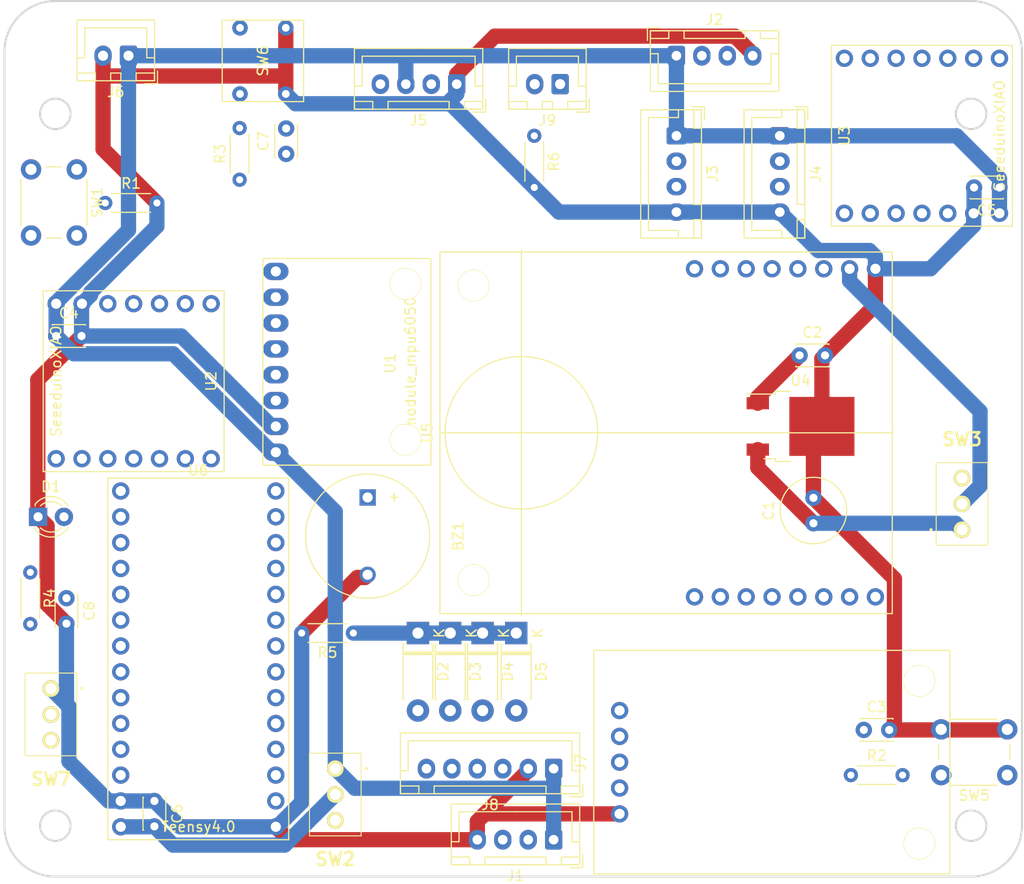
<source format=kicad_pcb>
(kicad_pcb (version 20171130) (host pcbnew "(5.1.10)-1")

  (general
    (thickness 1.6)
    (drawings 12)
    (tracks 126)
    (zones 0)
    (modules 41)
    (nets 66)
  )

  (page A4)
  (layers
    (0 F.Cu signal)
    (31 B.Cu signal)
    (32 B.Adhes user)
    (33 F.Adhes user)
    (34 B.Paste user)
    (35 F.Paste user)
    (36 B.SilkS user)
    (37 F.SilkS user)
    (38 B.Mask user)
    (39 F.Mask user)
    (40 Dwgs.User user)
    (41 Cmts.User user)
    (42 Eco1.User user)
    (43 Eco2.User user)
    (44 Edge.Cuts user)
    (45 Margin user)
    (46 B.CrtYd user)
    (47 F.CrtYd user)
    (48 B.Fab user)
    (49 F.Fab user)
  )

  (setup
    (last_trace_width 0.25)
    (user_trace_width 0.5)
    (user_trace_width 1.5)
    (user_trace_width 3)
    (trace_clearance 0.2)
    (zone_clearance 0.508)
    (zone_45_only no)
    (trace_min 0.2)
    (via_size 0.8)
    (via_drill 0.4)
    (via_min_size 0.4)
    (via_min_drill 0.3)
    (uvia_size 0.3)
    (uvia_drill 0.1)
    (uvias_allowed no)
    (uvia_min_size 0.2)
    (uvia_min_drill 0.1)
    (edge_width 0.05)
    (segment_width 0.2)
    (pcb_text_width 0.3)
    (pcb_text_size 1.5 1.5)
    (mod_edge_width 0.12)
    (mod_text_size 1 1)
    (mod_text_width 0.15)
    (pad_size 1.524 1.524)
    (pad_drill 0.762)
    (pad_to_mask_clearance 0)
    (aux_axis_origin 186.944 67.054402)
    (grid_origin 119.884001 65.405)
    (visible_elements 7FFFFFFF)
    (pcbplotparams
      (layerselection 0x010fc_ffffffff)
      (usegerberextensions false)
      (usegerberattributes true)
      (usegerberadvancedattributes true)
      (creategerberjobfile true)
      (excludeedgelayer true)
      (linewidth 0.100000)
      (plotframeref false)
      (viasonmask false)
      (mode 1)
      (useauxorigin false)
      (hpglpennumber 1)
      (hpglpenspeed 20)
      (hpglpendiameter 15.000000)
      (psnegative false)
      (psa4output false)
      (plotreference true)
      (plotvalue true)
      (plotinvisibletext false)
      (padsonsilk false)
      (subtractmaskfromsilk false)
      (outputformat 1)
      (mirror false)
      (drillshape 1)
      (scaleselection 1)
      (outputdirectory ""))
  )

  (net 0 "")
  (net 1 GND)
  (net 2 "Net-(BZ1-Pad1)")
  (net 3 "Net-(C1-Pad1)")
  (net 4 +5V)
  (net 5 SW1)
  (net 6 "Net-(C6-Pad2)")
  (net 7 SW2)
  (net 8 SW3)
  (net 9 "Net-(D1-Pad2)")
  (net 10 "Net-(J1-Pad3)")
  (net 11 "Net-(J1-Pad2)")
  (net 12 "Net-(J2-Pad3)")
  (net 13 "Net-(J2-Pad2)")
  (net 14 "Net-(J3-Pad3)")
  (net 15 "Net-(J3-Pad2)")
  (net 16 "Net-(J4-Pad3)")
  (net 17 "Net-(J4-Pad2)")
  (net 18 TX1)
  (net 19 RX1)
  (net 20 /SDA)
  (net 21 /SCL)
  (net 22 /reset)
  (net 23 +3V3)
  (net 24 Intterapt)
  (net 25 "Net-(J9-Pad2)")
  (net 26 /Kicker)
  (net 27 "Net-(R1-Pad1)")
  (net 28 "Net-(SW1-Pad2)")
  (net 29 "Net-(SW3-Pad2)")
  (net 30 "Net-(U1-Pad8)")
  (net 31 "Net-(U1-Pad7)")
  (net 32 "Net-(U1-Pad6)")
  (net 33 "Net-(U1-Pad5)")
  (net 34 "Net-(U1-Pad4)")
  (net 35 "Net-(U1-Pad3)")
  (net 36 "Net-(U2-Pad12)")
  (net 37 "Net-(U2-Pad11)")
  (net 38 "Net-(U2-Pad10)")
  (net 39 "Net-(U2-Pad9)")
  (net 40 TX4)
  (net 41 RX4)
  (net 42 "Net-(U2-Pad4)")
  (net 43 "Net-(U2-Pad3)")
  (net 44 "Net-(U3-Pad12)")
  (net 45 "Net-(U3-Pad11)")
  (net 46 TX3)
  (net 47 RX3)
  (net 48 "Net-(U5-Pad16)")
  (net 49 "Net-(U5-Pad15)")
  (net 50 TX2)
  (net 51 RX2)
  (net 52 "Net-(U5-Pad12)")
  (net 53 "Net-(U5-Pad11)")
  (net 54 RX5)
  (net 55 TX5)
  (net 56 "Net-(U5-Pad8)")
  (net 57 "Net-(U5-Pad7)")
  (net 58 "Net-(U5-Pad6)")
  (net 59 "Net-(U5-Pad5)")
  (net 60 "Net-(U5-Pad4)")
  (net 61 "Net-(U5-Pad3)")
  (net 62 "Net-(D2-Pad2)")
  (net 63 "Net-(D3-Pad2)")
  (net 64 "Net-(D4-Pad2)")
  (net 65 "Net-(D5-Pad2)")

  (net_class Default "This is the default net class."
    (clearance 0.2)
    (trace_width 0.25)
    (via_dia 0.8)
    (via_drill 0.4)
    (uvia_dia 0.3)
    (uvia_drill 0.1)
    (add_net +3V3)
    (add_net +5V)
    (add_net /Kicker)
    (add_net /SCL)
    (add_net /SDA)
    (add_net /reset)
    (add_net GND)
    (add_net Intterapt)
    (add_net "Net-(BZ1-Pad1)")
    (add_net "Net-(C1-Pad1)")
    (add_net "Net-(C6-Pad2)")
    (add_net "Net-(D1-Pad2)")
    (add_net "Net-(D2-Pad2)")
    (add_net "Net-(D3-Pad2)")
    (add_net "Net-(D4-Pad2)")
    (add_net "Net-(D5-Pad2)")
    (add_net "Net-(J1-Pad2)")
    (add_net "Net-(J1-Pad3)")
    (add_net "Net-(J2-Pad2)")
    (add_net "Net-(J2-Pad3)")
    (add_net "Net-(J3-Pad2)")
    (add_net "Net-(J3-Pad3)")
    (add_net "Net-(J4-Pad2)")
    (add_net "Net-(J4-Pad3)")
    (add_net "Net-(J9-Pad2)")
    (add_net "Net-(R1-Pad1)")
    (add_net "Net-(SW1-Pad2)")
    (add_net "Net-(SW3-Pad2)")
    (add_net "Net-(U1-Pad3)")
    (add_net "Net-(U1-Pad4)")
    (add_net "Net-(U1-Pad5)")
    (add_net "Net-(U1-Pad6)")
    (add_net "Net-(U1-Pad7)")
    (add_net "Net-(U1-Pad8)")
    (add_net "Net-(U2-Pad10)")
    (add_net "Net-(U2-Pad11)")
    (add_net "Net-(U2-Pad12)")
    (add_net "Net-(U2-Pad3)")
    (add_net "Net-(U2-Pad4)")
    (add_net "Net-(U2-Pad9)")
    (add_net "Net-(U3-Pad11)")
    (add_net "Net-(U3-Pad12)")
    (add_net "Net-(U5-Pad11)")
    (add_net "Net-(U5-Pad12)")
    (add_net "Net-(U5-Pad15)")
    (add_net "Net-(U5-Pad16)")
    (add_net "Net-(U5-Pad3)")
    (add_net "Net-(U5-Pad4)")
    (add_net "Net-(U5-Pad5)")
    (add_net "Net-(U5-Pad6)")
    (add_net "Net-(U5-Pad7)")
    (add_net "Net-(U5-Pad8)")
    (add_net RX1)
    (add_net RX2)
    (add_net RX3)
    (add_net RX4)
    (add_net RX5)
    (add_net SW1)
    (add_net SW2)
    (add_net SW3)
    (add_net TX1)
    (add_net TX2)
    (add_net TX3)
    (add_net TX4)
    (add_net TX5)
  )

  (module herakuresu2022:Teensy placed (layer F.Cu) (tedit 6188DA93) (tstamp 617047C1)
    (at 110.994 118.11)
    (path /6162804C)
    (fp_text reference U6 (at 0 -16.01) (layer F.SilkS)
      (effects (font (size 1 1) (thickness 0.15)))
    )
    (fp_text value Teensy4.0 (at 0 19.05) (layer F.SilkS)
      (effects (font (size 1 1) (thickness 0.15)))
    )
    (fp_line (start -8.89 20.32) (end 8.89 20.32) (layer F.SilkS) (width 0.12))
    (fp_line (start 8.89 20.32) (end 8.89 -15.24) (layer F.SilkS) (width 0.12))
    (fp_line (start 8.89 -15.24) (end -8.89 -15.24) (layer F.SilkS) (width 0.12))
    (fp_line (start -8.89 -15.24) (end -8.89 20.32) (layer F.SilkS) (width 0.12))
    (pad 33 thru_hole circle (at -7.62 19.05) (size 1.7 1.7) (drill 1) (layers *.Cu *.Mask)
      (net 6 "Net-(C6-Pad2)"))
    (pad 32 thru_hole circle (at -7.62 16.51) (size 1.7 1.7) (drill 1) (layers *.Cu *.Mask)
      (net 1 GND))
    (pad 31 thru_hole circle (at -7.62 13.97) (size 1.7 1.7) (drill 1) (layers *.Cu *.Mask)
      (net 23 +3V3))
    (pad 30 thru_hole circle (at -7.62 11.43) (size 1.7 1.7) (drill 1) (layers *.Cu *.Mask)
      (net 2 "Net-(BZ1-Pad1)"))
    (pad 29 thru_hole circle (at -7.62 8.89) (size 1.7 1.7) (drill 1) (layers *.Cu *.Mask)
      (net 24 Intterapt))
    (pad 28 thru_hole circle (at -7.62 6.35) (size 1.7 1.7) (drill 1) (layers *.Cu *.Mask)
      (net 54 RX5))
    (pad 27 thru_hole circle (at -7.62 3.81) (size 1.7 1.7) (drill 1) (layers *.Cu *.Mask)
      (net 55 TX5))
    (pad 26 thru_hole circle (at -7.62 1.27) (size 1.7 1.7) (drill 1) (layers *.Cu *.Mask)
      (net 21 /SCL))
    (pad 25 thru_hole circle (at -7.62 -1.27) (size 1.7 1.7) (drill 1) (layers *.Cu *.Mask)
      (net 20 /SDA))
    (pad 24 thru_hole circle (at -7.62 -3.81) (size 1.7 1.7) (drill 1) (layers *.Cu *.Mask)
      (net 40 TX4))
    (pad 23 thru_hole circle (at -7.62 -6.35) (size 1.7 1.7) (drill 1) (layers *.Cu *.Mask)
      (net 41 RX4))
    (pad 22 thru_hole circle (at -7.62 -8.89) (size 1.7 1.7) (drill 1) (layers *.Cu *.Mask)
      (net 47 RX3))
    (pad 21 thru_hole circle (at -7.62 -11.43) (size 1.7 1.7) (drill 1) (layers *.Cu *.Mask)
      (net 46 TX3))
    (pad 20 thru_hole circle (at -7.62 -13.97) (size 1.7 1.7) (drill 1) (layers *.Cu *.Mask)
      (net 9 "Net-(D1-Pad2)"))
    (pad 14 thru_hole circle (at 7.62 -13.97) (size 1.7 1.7) (drill 1) (layers *.Cu *.Mask)
      (net 22 /reset))
    (pad 13 thru_hole circle (at 7.62 -11.43) (size 1.7 1.7) (drill 1) (layers *.Cu *.Mask)
      (net 5 SW1))
    (pad 12 thru_hole circle (at 7.62 -8.89) (size 1.7 1.7) (drill 1) (layers *.Cu *.Mask)
      (net 7 SW2))
    (pad 11 thru_hole circle (at 7.62 -6.35) (size 1.7 1.7) (drill 1) (layers *.Cu *.Mask)
      (net 8 SW3))
    (pad 10 thru_hole circle (at 7.62 -3.81) (size 1.7 1.7) (drill 1) (layers *.Cu *.Mask)
      (net 50 TX2))
    (pad 9 thru_hole circle (at 7.62 -1.27) (size 1.7 1.7) (drill 1) (layers *.Cu *.Mask)
      (net 51 RX2))
    (pad 8 thru_hole circle (at 7.62 1.27) (size 1.7 1.7) (drill 1) (layers *.Cu *.Mask)
      (net 26 /Kicker))
    (pad 7 thru_hole circle (at 7.62 3.81) (size 1.7 1.7) (drill 1) (layers *.Cu *.Mask)
      (net 65 "Net-(D5-Pad2)"))
    (pad 6 thru_hole circle (at 7.62 6.35) (size 1.7 1.7) (drill 1) (layers *.Cu *.Mask)
      (net 64 "Net-(D4-Pad2)"))
    (pad 5 thru_hole circle (at 7.62 8.89) (size 1.7 1.7) (drill 1) (layers *.Cu *.Mask)
      (net 63 "Net-(D3-Pad2)"))
    (pad 4 thru_hole circle (at 7.62 11.43) (size 1.7 1.7) (drill 1) (layers *.Cu *.Mask)
      (net 62 "Net-(D2-Pad2)"))
    (pad 3 thru_hole circle (at 7.62 13.97) (size 1.7 1.7) (drill 1) (layers *.Cu *.Mask)
      (net 18 TX1))
    (pad 2 thru_hole circle (at 7.62 16.51) (size 1.7 1.7) (drill 1) (layers *.Cu *.Mask)
      (net 19 RX1))
    (pad 1 thru_hole circle (at 7.62 19.05) (size 1.7 1.7) (drill 1) (layers *.Cu *.Mask)
      (net 1 GND))
  )

  (module Buzzer_Beeper:MagneticBuzzer_ProSignal_ABI-010-RC (layer F.Cu) (tedit 5A030281) (tstamp 617043EF)
    (at 127.635 104.775 270)
    (descr "Buzzer, Elektromagnetic Beeper, Summer, 12V-DC,")
    (tags "Pro Signal ABI-010-RC ")
    (path /617EF674)
    (fp_text reference BZ1 (at 3.81 -8.89 90) (layer F.SilkS)
      (effects (font (size 1 1) (thickness 0.15)))
    )
    (fp_text value Buzzer (at 3.81 8.89 90) (layer F.Fab)
      (effects (font (size 1 1) (thickness 0.15)))
    )
    (fp_circle (center 3.8 0) (end 10.05 0) (layer F.CrtYd) (width 0.05))
    (fp_circle (center 3.8 0) (end 5.1 0.5) (layer F.Fab) (width 0.1))
    (fp_circle (center 3.8 0) (end 9.9 0) (layer F.SilkS) (width 0.12))
    (fp_circle (center 3.8 0) (end 9.8 0) (layer F.Fab) (width 0.1))
    (fp_text user %R (at 3.8 -4 90) (layer F.Fab)
      (effects (font (size 1 1) (thickness 0.15)))
    )
    (fp_text user + (at -0.01 -2.54 90) (layer F.SilkS)
      (effects (font (size 1 1) (thickness 0.15)))
    )
    (fp_text user + (at -0.01 -2.54 90) (layer F.Fab)
      (effects (font (size 1 1) (thickness 0.15)))
    )
    (pad 2 thru_hole circle (at 7.6 0 270) (size 1.6 1.6) (drill 1) (layers *.Cu *.Mask)
      (net 1 GND))
    (pad 1 thru_hole rect (at 0 0 270) (size 1.6 1.6) (drill 1) (layers *.Cu *.Mask)
      (net 2 "Net-(BZ1-Pad1)"))
    (model ${KISYS3DMOD}/Buzzer_Beeper.3dshapes/MagneticBuzzer_ProSignal_ABI-010-RC.wrl
      (at (xyz 0 0 0))
      (scale (xyz 1 1 1))
      (rotate (xyz 0 0 0))
    )
  )

  (module Diode_THT:D_DO-41_SOD81_P7.62mm_Horizontal (layer F.Cu) (tedit 5AE50CD5) (tstamp 617195F3)
    (at 142.24 118.11 270)
    (descr "Diode, DO-41_SOD81 series, Axial, Horizontal, pin pitch=7.62mm, , length*diameter=5.2*2.7mm^2, , http://www.diodes.com/_files/packages/DO-41%20(Plastic).pdf")
    (tags "Diode DO-41_SOD81 series Axial Horizontal pin pitch 7.62mm  length 5.2mm diameter 2.7mm")
    (path /6172D79A)
    (fp_text reference D5 (at 3.81 -2.47 90) (layer F.SilkS)
      (effects (font (size 1 1) (thickness 0.15)))
    )
    (fp_text value D (at 3.81 2.47 90) (layer F.Fab)
      (effects (font (size 1 1) (thickness 0.15)))
    )
    (fp_line (start 8.97 -1.6) (end -1.35 -1.6) (layer F.CrtYd) (width 0.05))
    (fp_line (start 8.97 1.6) (end 8.97 -1.6) (layer F.CrtYd) (width 0.05))
    (fp_line (start -1.35 1.6) (end 8.97 1.6) (layer F.CrtYd) (width 0.05))
    (fp_line (start -1.35 -1.6) (end -1.35 1.6) (layer F.CrtYd) (width 0.05))
    (fp_line (start 1.87 -1.47) (end 1.87 1.47) (layer F.SilkS) (width 0.12))
    (fp_line (start 2.11 -1.47) (end 2.11 1.47) (layer F.SilkS) (width 0.12))
    (fp_line (start 1.99 -1.47) (end 1.99 1.47) (layer F.SilkS) (width 0.12))
    (fp_line (start 6.53 1.47) (end 6.53 1.34) (layer F.SilkS) (width 0.12))
    (fp_line (start 1.09 1.47) (end 6.53 1.47) (layer F.SilkS) (width 0.12))
    (fp_line (start 1.09 1.34) (end 1.09 1.47) (layer F.SilkS) (width 0.12))
    (fp_line (start 6.53 -1.47) (end 6.53 -1.34) (layer F.SilkS) (width 0.12))
    (fp_line (start 1.09 -1.47) (end 6.53 -1.47) (layer F.SilkS) (width 0.12))
    (fp_line (start 1.09 -1.34) (end 1.09 -1.47) (layer F.SilkS) (width 0.12))
    (fp_line (start 1.89 -1.35) (end 1.89 1.35) (layer F.Fab) (width 0.1))
    (fp_line (start 2.09 -1.35) (end 2.09 1.35) (layer F.Fab) (width 0.1))
    (fp_line (start 1.99 -1.35) (end 1.99 1.35) (layer F.Fab) (width 0.1))
    (fp_line (start 7.62 0) (end 6.41 0) (layer F.Fab) (width 0.1))
    (fp_line (start 0 0) (end 1.21 0) (layer F.Fab) (width 0.1))
    (fp_line (start 6.41 -1.35) (end 1.21 -1.35) (layer F.Fab) (width 0.1))
    (fp_line (start 6.41 1.35) (end 6.41 -1.35) (layer F.Fab) (width 0.1))
    (fp_line (start 1.21 1.35) (end 6.41 1.35) (layer F.Fab) (width 0.1))
    (fp_line (start 1.21 -1.35) (end 1.21 1.35) (layer F.Fab) (width 0.1))
    (fp_text user K (at 0 -2.1 90) (layer F.SilkS)
      (effects (font (size 1 1) (thickness 0.15)))
    )
    (fp_text user K (at 0 -2.1 90) (layer F.Fab)
      (effects (font (size 1 1) (thickness 0.15)))
    )
    (fp_text user %R (at 4.2 0 90) (layer F.Fab)
      (effects (font (size 1 1) (thickness 0.15)))
    )
    (pad 2 thru_hole oval (at 7.62 0 270) (size 2.2 2.2) (drill 1.1) (layers *.Cu *.Mask)
      (net 65 "Net-(D5-Pad2)"))
    (pad 1 thru_hole rect (at 0 0 270) (size 2.2 2.2) (drill 1.1) (layers *.Cu *.Mask)
      (net 24 Intterapt))
    (model ${KISYS3DMOD}/Diode_THT.3dshapes/D_DO-41_SOD81_P7.62mm_Horizontal.wrl
      (at (xyz 0 0 0))
      (scale (xyz 1 1 1))
      (rotate (xyz 0 0 0))
    )
  )

  (module Diode_THT:D_DO-41_SOD81_P7.62mm_Horizontal (layer F.Cu) (tedit 5AE50CD5) (tstamp 617195D4)
    (at 138.934 118.11 270)
    (descr "Diode, DO-41_SOD81 series, Axial, Horizontal, pin pitch=7.62mm, , length*diameter=5.2*2.7mm^2, , http://www.diodes.com/_files/packages/DO-41%20(Plastic).pdf")
    (tags "Diode DO-41_SOD81 series Axial Horizontal pin pitch 7.62mm  length 5.2mm diameter 2.7mm")
    (path /61730307)
    (fp_text reference D4 (at 3.81 -2.47 90) (layer F.SilkS)
      (effects (font (size 1 1) (thickness 0.15)))
    )
    (fp_text value D (at 3.81 2.47 90) (layer F.Fab)
      (effects (font (size 1 1) (thickness 0.15)))
    )
    (fp_line (start 8.97 -1.6) (end -1.35 -1.6) (layer F.CrtYd) (width 0.05))
    (fp_line (start 8.97 1.6) (end 8.97 -1.6) (layer F.CrtYd) (width 0.05))
    (fp_line (start -1.35 1.6) (end 8.97 1.6) (layer F.CrtYd) (width 0.05))
    (fp_line (start -1.35 -1.6) (end -1.35 1.6) (layer F.CrtYd) (width 0.05))
    (fp_line (start 1.87 -1.47) (end 1.87 1.47) (layer F.SilkS) (width 0.12))
    (fp_line (start 2.11 -1.47) (end 2.11 1.47) (layer F.SilkS) (width 0.12))
    (fp_line (start 1.99 -1.47) (end 1.99 1.47) (layer F.SilkS) (width 0.12))
    (fp_line (start 6.53 1.47) (end 6.53 1.34) (layer F.SilkS) (width 0.12))
    (fp_line (start 1.09 1.47) (end 6.53 1.47) (layer F.SilkS) (width 0.12))
    (fp_line (start 1.09 1.34) (end 1.09 1.47) (layer F.SilkS) (width 0.12))
    (fp_line (start 6.53 -1.47) (end 6.53 -1.34) (layer F.SilkS) (width 0.12))
    (fp_line (start 1.09 -1.47) (end 6.53 -1.47) (layer F.SilkS) (width 0.12))
    (fp_line (start 1.09 -1.34) (end 1.09 -1.47) (layer F.SilkS) (width 0.12))
    (fp_line (start 1.89 -1.35) (end 1.89 1.35) (layer F.Fab) (width 0.1))
    (fp_line (start 2.09 -1.35) (end 2.09 1.35) (layer F.Fab) (width 0.1))
    (fp_line (start 1.99 -1.35) (end 1.99 1.35) (layer F.Fab) (width 0.1))
    (fp_line (start 7.62 0) (end 6.41 0) (layer F.Fab) (width 0.1))
    (fp_line (start 0 0) (end 1.21 0) (layer F.Fab) (width 0.1))
    (fp_line (start 6.41 -1.35) (end 1.21 -1.35) (layer F.Fab) (width 0.1))
    (fp_line (start 6.41 1.35) (end 6.41 -1.35) (layer F.Fab) (width 0.1))
    (fp_line (start 1.21 1.35) (end 6.41 1.35) (layer F.Fab) (width 0.1))
    (fp_line (start 1.21 -1.35) (end 1.21 1.35) (layer F.Fab) (width 0.1))
    (fp_text user K (at 0 -2.1 90) (layer F.SilkS)
      (effects (font (size 1 1) (thickness 0.15)))
    )
    (fp_text user K (at 0 -2.1 90) (layer F.Fab)
      (effects (font (size 1 1) (thickness 0.15)))
    )
    (fp_text user %R (at 4.2 0 90) (layer F.Fab)
      (effects (font (size 1 1) (thickness 0.15)))
    )
    (pad 2 thru_hole oval (at 7.62 0 270) (size 2.2 2.2) (drill 1.1) (layers *.Cu *.Mask)
      (net 64 "Net-(D4-Pad2)"))
    (pad 1 thru_hole rect (at 0 0 270) (size 2.2 2.2) (drill 1.1) (layers *.Cu *.Mask)
      (net 24 Intterapt))
    (model ${KISYS3DMOD}/Diode_THT.3dshapes/D_DO-41_SOD81_P7.62mm_Horizontal.wrl
      (at (xyz 0 0 0))
      (scale (xyz 1 1 1))
      (rotate (xyz 0 0 0))
    )
  )

  (module Diode_THT:D_DO-41_SOD81_P7.62mm_Horizontal (layer F.Cu) (tedit 5AE50CD5) (tstamp 617195B5)
    (at 135.759 118.11 270)
    (descr "Diode, DO-41_SOD81 series, Axial, Horizontal, pin pitch=7.62mm, , length*diameter=5.2*2.7mm^2, , http://www.diodes.com/_files/packages/DO-41%20(Plastic).pdf")
    (tags "Diode DO-41_SOD81 series Axial Horizontal pin pitch 7.62mm  length 5.2mm diameter 2.7mm")
    (path /61736203)
    (fp_text reference D3 (at 3.81 -2.47 90) (layer F.SilkS)
      (effects (font (size 1 1) (thickness 0.15)))
    )
    (fp_text value D (at 3.81 2.47 90) (layer F.Fab)
      (effects (font (size 1 1) (thickness 0.15)))
    )
    (fp_line (start 8.97 -1.6) (end -1.35 -1.6) (layer F.CrtYd) (width 0.05))
    (fp_line (start 8.97 1.6) (end 8.97 -1.6) (layer F.CrtYd) (width 0.05))
    (fp_line (start -1.35 1.6) (end 8.97 1.6) (layer F.CrtYd) (width 0.05))
    (fp_line (start -1.35 -1.6) (end -1.35 1.6) (layer F.CrtYd) (width 0.05))
    (fp_line (start 1.87 -1.47) (end 1.87 1.47) (layer F.SilkS) (width 0.12))
    (fp_line (start 2.11 -1.47) (end 2.11 1.47) (layer F.SilkS) (width 0.12))
    (fp_line (start 1.99 -1.47) (end 1.99 1.47) (layer F.SilkS) (width 0.12))
    (fp_line (start 6.53 1.47) (end 6.53 1.34) (layer F.SilkS) (width 0.12))
    (fp_line (start 1.09 1.47) (end 6.53 1.47) (layer F.SilkS) (width 0.12))
    (fp_line (start 1.09 1.34) (end 1.09 1.47) (layer F.SilkS) (width 0.12))
    (fp_line (start 6.53 -1.47) (end 6.53 -1.34) (layer F.SilkS) (width 0.12))
    (fp_line (start 1.09 -1.47) (end 6.53 -1.47) (layer F.SilkS) (width 0.12))
    (fp_line (start 1.09 -1.34) (end 1.09 -1.47) (layer F.SilkS) (width 0.12))
    (fp_line (start 1.89 -1.35) (end 1.89 1.35) (layer F.Fab) (width 0.1))
    (fp_line (start 2.09 -1.35) (end 2.09 1.35) (layer F.Fab) (width 0.1))
    (fp_line (start 1.99 -1.35) (end 1.99 1.35) (layer F.Fab) (width 0.1))
    (fp_line (start 7.62 0) (end 6.41 0) (layer F.Fab) (width 0.1))
    (fp_line (start 0 0) (end 1.21 0) (layer F.Fab) (width 0.1))
    (fp_line (start 6.41 -1.35) (end 1.21 -1.35) (layer F.Fab) (width 0.1))
    (fp_line (start 6.41 1.35) (end 6.41 -1.35) (layer F.Fab) (width 0.1))
    (fp_line (start 1.21 1.35) (end 6.41 1.35) (layer F.Fab) (width 0.1))
    (fp_line (start 1.21 -1.35) (end 1.21 1.35) (layer F.Fab) (width 0.1))
    (fp_text user K (at 0 -2.1 90) (layer F.SilkS)
      (effects (font (size 1 1) (thickness 0.15)))
    )
    (fp_text user K (at 0 -2.1 90) (layer F.Fab)
      (effects (font (size 1 1) (thickness 0.15)))
    )
    (fp_text user %R (at 4.2 0 90) (layer F.Fab)
      (effects (font (size 1 1) (thickness 0.15)))
    )
    (pad 2 thru_hole oval (at 7.62 0 270) (size 2.2 2.2) (drill 1.1) (layers *.Cu *.Mask)
      (net 63 "Net-(D3-Pad2)"))
    (pad 1 thru_hole rect (at 0 0 270) (size 2.2 2.2) (drill 1.1) (layers *.Cu *.Mask)
      (net 24 Intterapt))
    (model ${KISYS3DMOD}/Diode_THT.3dshapes/D_DO-41_SOD81_P7.62mm_Horizontal.wrl
      (at (xyz 0 0 0))
      (scale (xyz 1 1 1))
      (rotate (xyz 0 0 0))
    )
  )

  (module Diode_THT:D_DO-41_SOD81_P7.62mm_Horizontal (layer F.Cu) (tedit 5AE50CD5) (tstamp 61719596)
    (at 132.584 118.11 270)
    (descr "Diode, DO-41_SOD81 series, Axial, Horizontal, pin pitch=7.62mm, , length*diameter=5.2*2.7mm^2, , http://www.diodes.com/_files/packages/DO-41%20(Plastic).pdf")
    (tags "Diode DO-41_SOD81 series Axial Horizontal pin pitch 7.62mm  length 5.2mm diameter 2.7mm")
    (path /6173BD30)
    (fp_text reference D2 (at 3.81 -2.47 90) (layer F.SilkS)
      (effects (font (size 1 1) (thickness 0.15)))
    )
    (fp_text value D (at 3.81 2.47 90) (layer F.Fab)
      (effects (font (size 1 1) (thickness 0.15)))
    )
    (fp_line (start 8.97 -1.6) (end -1.35 -1.6) (layer F.CrtYd) (width 0.05))
    (fp_line (start 8.97 1.6) (end 8.97 -1.6) (layer F.CrtYd) (width 0.05))
    (fp_line (start -1.35 1.6) (end 8.97 1.6) (layer F.CrtYd) (width 0.05))
    (fp_line (start -1.35 -1.6) (end -1.35 1.6) (layer F.CrtYd) (width 0.05))
    (fp_line (start 1.87 -1.47) (end 1.87 1.47) (layer F.SilkS) (width 0.12))
    (fp_line (start 2.11 -1.47) (end 2.11 1.47) (layer F.SilkS) (width 0.12))
    (fp_line (start 1.99 -1.47) (end 1.99 1.47) (layer F.SilkS) (width 0.12))
    (fp_line (start 6.53 1.47) (end 6.53 1.34) (layer F.SilkS) (width 0.12))
    (fp_line (start 1.09 1.47) (end 6.53 1.47) (layer F.SilkS) (width 0.12))
    (fp_line (start 1.09 1.34) (end 1.09 1.47) (layer F.SilkS) (width 0.12))
    (fp_line (start 6.53 -1.47) (end 6.53 -1.34) (layer F.SilkS) (width 0.12))
    (fp_line (start 1.09 -1.47) (end 6.53 -1.47) (layer F.SilkS) (width 0.12))
    (fp_line (start 1.09 -1.34) (end 1.09 -1.47) (layer F.SilkS) (width 0.12))
    (fp_line (start 1.89 -1.35) (end 1.89 1.35) (layer F.Fab) (width 0.1))
    (fp_line (start 2.09 -1.35) (end 2.09 1.35) (layer F.Fab) (width 0.1))
    (fp_line (start 1.99 -1.35) (end 1.99 1.35) (layer F.Fab) (width 0.1))
    (fp_line (start 7.62 0) (end 6.41 0) (layer F.Fab) (width 0.1))
    (fp_line (start 0 0) (end 1.21 0) (layer F.Fab) (width 0.1))
    (fp_line (start 6.41 -1.35) (end 1.21 -1.35) (layer F.Fab) (width 0.1))
    (fp_line (start 6.41 1.35) (end 6.41 -1.35) (layer F.Fab) (width 0.1))
    (fp_line (start 1.21 1.35) (end 6.41 1.35) (layer F.Fab) (width 0.1))
    (fp_line (start 1.21 -1.35) (end 1.21 1.35) (layer F.Fab) (width 0.1))
    (fp_text user K (at 0 -2.1 90) (layer F.SilkS)
      (effects (font (size 1 1) (thickness 0.15)))
    )
    (fp_text user K (at 0 -2.1 90) (layer F.Fab)
      (effects (font (size 1 1) (thickness 0.15)))
    )
    (fp_text user %R (at 4.2 0 90) (layer F.Fab)
      (effects (font (size 1 1) (thickness 0.15)))
    )
    (pad 2 thru_hole oval (at 7.62 0 270) (size 2.2 2.2) (drill 1.1) (layers *.Cu *.Mask)
      (net 62 "Net-(D2-Pad2)"))
    (pad 1 thru_hole rect (at 0 0 270) (size 2.2 2.2) (drill 1.1) (layers *.Cu *.Mask)
      (net 24 Intterapt))
    (model ${KISYS3DMOD}/Diode_THT.3dshapes/D_DO-41_SOD81_P7.62mm_Horizontal.wrl
      (at (xyz 0 0 0))
      (scale (xyz 1 1 1))
      (rotate (xyz 0 0 0))
    )
  )

  (module herakuresu2022:OpenMV placed (layer F.Cu) (tedit 616FE26C) (tstamp 61704798)
    (at 142.744 98.42 90)
    (path /61650315)
    (fp_text reference U5 (at 0 -9.25 90) (layer F.SilkS)
      (effects (font (size 1 1) (thickness 0.15)))
    )
    (fp_text value OpenMV (at 0 -8.5 90) (layer F.Fab)
      (effects (font (size 1 1) (thickness 0.15)))
    )
    (fp_line (start -18 0) (end 18 0) (layer F.SilkS) (width 0.12))
    (fp_line (start 0 -8) (end 0 36.5) (layer F.SilkS) (width 0.12))
    (fp_circle (center 0 0) (end 0 7.5) (layer F.SilkS) (width 0.12))
    (fp_circle (center -14.478 -4.698) (end -12.978 -4.698) (layer F.SilkS) (width 0.12))
    (fp_circle (center 14.478 -4.698) (end 15.978 -4.698) (layer F.SilkS) (width 0.12))
    (fp_line (start -17.78 -8) (end 0 -8) (layer F.SilkS) (width 0.12))
    (fp_line (start -17.78 36.45) (end -17.78 -8) (layer F.SilkS) (width 0.12))
    (fp_line (start 17.78 36.45) (end -17.78 36.45) (layer F.SilkS) (width 0.12))
    (fp_line (start 17.78 -8) (end 17.78 36.45) (layer F.SilkS) (width 0.12))
    (fp_line (start 0 -8) (end 17.78 -8) (layer F.SilkS) (width 0.12))
    (pad 16 thru_hole circle (at -16.129 17.019 90) (size 1.7 1.7) (drill 1) (layers *.Cu *.Mask)
      (net 48 "Net-(U5-Pad16)"))
    (pad 15 thru_hole circle (at -16.129 19.559 90) (size 1.7 1.7) (drill 1) (layers *.Cu *.Mask)
      (net 49 "Net-(U5-Pad15)"))
    (pad 14 thru_hole circle (at -16.129 22.099 90) (size 1.7 1.7) (drill 1) (layers *.Cu *.Mask)
      (net 50 TX2))
    (pad 13 thru_hole circle (at -16.129 24.639 90) (size 1.7 1.7) (drill 1) (layers *.Cu *.Mask)
      (net 51 RX2))
    (pad 12 thru_hole circle (at -16.129 27.179 90) (size 1.7 1.7) (drill 1) (layers *.Cu *.Mask)
      (net 52 "Net-(U5-Pad12)"))
    (pad 11 thru_hole circle (at -16.129 29.719 90) (size 1.7 1.7) (drill 1) (layers *.Cu *.Mask)
      (net 53 "Net-(U5-Pad11)"))
    (pad 10 thru_hole circle (at -16.129 32.259 90) (size 1.7 1.7) (drill 1) (layers *.Cu *.Mask)
      (net 54 RX5))
    (pad 9 thru_hole circle (at -16.129 34.799 90) (size 1.7 1.7) (drill 1) (layers *.Cu *.Mask)
      (net 55 TX5))
    (pad 8 thru_hole circle (at 16.129 17.019 90) (size 1.7 1.7) (drill 1) (layers *.Cu *.Mask)
      (net 56 "Net-(U5-Pad8)"))
    (pad 7 thru_hole circle (at 16.129 19.559 90) (size 1.7 1.7) (drill 1) (layers *.Cu *.Mask)
      (net 57 "Net-(U5-Pad7)"))
    (pad 6 thru_hole circle (at 16.129 22.099 90) (size 1.7 1.7) (drill 1) (layers *.Cu *.Mask)
      (net 58 "Net-(U5-Pad6)"))
    (pad 5 thru_hole circle (at 16.129 24.639 90) (size 1.7 1.7) (drill 1) (layers *.Cu *.Mask)
      (net 59 "Net-(U5-Pad5)"))
    (pad 4 thru_hole circle (at 16.129 27.179 90) (size 1.7 1.7) (drill 1) (layers *.Cu *.Mask)
      (net 60 "Net-(U5-Pad4)"))
    (pad 3 thru_hole circle (at 16.129 29.719 90) (size 1.7 1.7) (drill 1) (layers *.Cu *.Mask)
      (net 61 "Net-(U5-Pad3)"))
    (pad 2 thru_hole circle (at 16.129 32.259 90) (size 1.7 1.7) (drill 1) (layers *.Cu *.Mask)
      (net 29 "Net-(SW3-Pad2)"))
    (pad 1 thru_hole circle (at 16.129 34.799 90) (size 1.7 1.7) (drill 1) (layers *.Cu *.Mask)
      (net 1 GND))
    (pad "" thru_hole circle (at 14.478 -4.698 90) (size 3 3) (drill 3) (layers *.Cu *.Mask))
    (pad "" thru_hole circle (at -14.478 -4.698 90) (size 3 3) (drill 3) (layers *.Cu *.Mask))
  )

  (module Connector_JST:JST_XH_B6B-XH-A_1x06_P2.50mm_Vertical (layer F.Cu) (tedit 5C28146C) (tstamp 617045E0)
    (at 145.919 131.445 180)
    (descr "JST XH series connector, B6B-XH-A (http://www.jst-mfg.com/product/pdf/eng/eXH.pdf), generated with kicad-footprint-generator")
    (tags "connector JST XH vertical")
    (path /61720549)
    (fp_text reference J8 (at 6.25 -3.55) (layer F.SilkS)
      (effects (font (size 1 1) (thickness 0.15)))
    )
    (fp_text value Conn_01x06 (at 6.25 4.6) (layer F.Fab)
      (effects (font (size 1 1) (thickness 0.15)))
    )
    (fp_line (start -2.85 -2.75) (end -2.85 -1.5) (layer F.SilkS) (width 0.12))
    (fp_line (start -1.6 -2.75) (end -2.85 -2.75) (layer F.SilkS) (width 0.12))
    (fp_line (start 14.3 2.75) (end 6.25 2.75) (layer F.SilkS) (width 0.12))
    (fp_line (start 14.3 -0.2) (end 14.3 2.75) (layer F.SilkS) (width 0.12))
    (fp_line (start 15.05 -0.2) (end 14.3 -0.2) (layer F.SilkS) (width 0.12))
    (fp_line (start -1.8 2.75) (end 6.25 2.75) (layer F.SilkS) (width 0.12))
    (fp_line (start -1.8 -0.2) (end -1.8 2.75) (layer F.SilkS) (width 0.12))
    (fp_line (start -2.55 -0.2) (end -1.8 -0.2) (layer F.SilkS) (width 0.12))
    (fp_line (start 15.05 -2.45) (end 13.25 -2.45) (layer F.SilkS) (width 0.12))
    (fp_line (start 15.05 -1.7) (end 15.05 -2.45) (layer F.SilkS) (width 0.12))
    (fp_line (start 13.25 -1.7) (end 15.05 -1.7) (layer F.SilkS) (width 0.12))
    (fp_line (start 13.25 -2.45) (end 13.25 -1.7) (layer F.SilkS) (width 0.12))
    (fp_line (start -0.75 -2.45) (end -2.55 -2.45) (layer F.SilkS) (width 0.12))
    (fp_line (start -0.75 -1.7) (end -0.75 -2.45) (layer F.SilkS) (width 0.12))
    (fp_line (start -2.55 -1.7) (end -0.75 -1.7) (layer F.SilkS) (width 0.12))
    (fp_line (start -2.55 -2.45) (end -2.55 -1.7) (layer F.SilkS) (width 0.12))
    (fp_line (start 11.75 -2.45) (end 0.75 -2.45) (layer F.SilkS) (width 0.12))
    (fp_line (start 11.75 -1.7) (end 11.75 -2.45) (layer F.SilkS) (width 0.12))
    (fp_line (start 0.75 -1.7) (end 11.75 -1.7) (layer F.SilkS) (width 0.12))
    (fp_line (start 0.75 -2.45) (end 0.75 -1.7) (layer F.SilkS) (width 0.12))
    (fp_line (start 0 -1.35) (end 0.625 -2.35) (layer F.Fab) (width 0.1))
    (fp_line (start -0.625 -2.35) (end 0 -1.35) (layer F.Fab) (width 0.1))
    (fp_line (start 15.45 -2.85) (end -2.95 -2.85) (layer F.CrtYd) (width 0.05))
    (fp_line (start 15.45 3.9) (end 15.45 -2.85) (layer F.CrtYd) (width 0.05))
    (fp_line (start -2.95 3.9) (end 15.45 3.9) (layer F.CrtYd) (width 0.05))
    (fp_line (start -2.95 -2.85) (end -2.95 3.9) (layer F.CrtYd) (width 0.05))
    (fp_line (start 15.06 -2.46) (end -2.56 -2.46) (layer F.SilkS) (width 0.12))
    (fp_line (start 15.06 3.51) (end 15.06 -2.46) (layer F.SilkS) (width 0.12))
    (fp_line (start -2.56 3.51) (end 15.06 3.51) (layer F.SilkS) (width 0.12))
    (fp_line (start -2.56 -2.46) (end -2.56 3.51) (layer F.SilkS) (width 0.12))
    (fp_line (start 14.95 -2.35) (end -2.45 -2.35) (layer F.Fab) (width 0.1))
    (fp_line (start 14.95 3.4) (end 14.95 -2.35) (layer F.Fab) (width 0.1))
    (fp_line (start -2.45 3.4) (end 14.95 3.4) (layer F.Fab) (width 0.1))
    (fp_line (start -2.45 -2.35) (end -2.45 3.4) (layer F.Fab) (width 0.1))
    (fp_text user %R (at 6.25 2.7) (layer F.Fab)
      (effects (font (size 1 1) (thickness 0.15)))
    )
    (pad 6 thru_hole oval (at 12.5 0 180) (size 1.7 1.95) (drill 0.95) (layers *.Cu *.Mask)
      (net 62 "Net-(D2-Pad2)"))
    (pad 5 thru_hole oval (at 10 0 180) (size 1.7 1.95) (drill 0.95) (layers *.Cu *.Mask)
      (net 63 "Net-(D3-Pad2)"))
    (pad 4 thru_hole oval (at 7.5 0 180) (size 1.7 1.95) (drill 0.95) (layers *.Cu *.Mask)
      (net 64 "Net-(D4-Pad2)"))
    (pad 3 thru_hole oval (at 5 0 180) (size 1.7 1.95) (drill 0.95) (layers *.Cu *.Mask)
      (net 65 "Net-(D5-Pad2)"))
    (pad 2 thru_hole oval (at 2.5 0 180) (size 1.7 1.95) (drill 0.95) (layers *.Cu *.Mask)
      (net 1 GND))
    (pad 1 thru_hole roundrect (at 0 0 180) (size 1.7 1.95) (drill 0.95) (layers *.Cu *.Mask) (roundrect_rratio 0.147059)
      (net 4 +5V))
    (model ${KISYS3DMOD}/Connector_JST.3dshapes/JST_XH_B6B-XH-A_1x06_P2.50mm_Vertical.wrl
      (at (xyz 0 0 0))
      (scale (xyz 1 1 1))
      (rotate (xyz 0 0 0))
    )
  )

  (module Package_TO_SOT_SMD:TO-252-2 placed (layer F.Cu) (tedit 5A70A390) (tstamp 61704778)
    (at 170.18 97.79)
    (descr "TO-252 / DPAK SMD package, http://www.infineon.com/cms/en/product/packages/PG-TO252/PG-TO252-3-1/")
    (tags "DPAK TO-252 DPAK-3 TO-252-3 SOT-428")
    (path /61706E15)
    (attr smd)
    (fp_text reference U4 (at 0 -4.5) (layer F.SilkS)
      (effects (font (size 1 1) (thickness 0.15)))
    )
    (fp_text value LF33_TO252 (at 0 4.5) (layer F.Fab)
      (effects (font (size 1 1) (thickness 0.15)))
    )
    (fp_line (start 5.55 -3.5) (end -5.55 -3.5) (layer F.CrtYd) (width 0.05))
    (fp_line (start 5.55 3.5) (end 5.55 -3.5) (layer F.CrtYd) (width 0.05))
    (fp_line (start -5.55 3.5) (end 5.55 3.5) (layer F.CrtYd) (width 0.05))
    (fp_line (start -5.55 -3.5) (end -5.55 3.5) (layer F.CrtYd) (width 0.05))
    (fp_line (start -2.47 3.18) (end -3.57 3.18) (layer F.SilkS) (width 0.12))
    (fp_line (start -2.47 3.45) (end -2.47 3.18) (layer F.SilkS) (width 0.12))
    (fp_line (start -0.97 3.45) (end -2.47 3.45) (layer F.SilkS) (width 0.12))
    (fp_line (start -2.47 -3.18) (end -5.3 -3.18) (layer F.SilkS) (width 0.12))
    (fp_line (start -2.47 -3.45) (end -2.47 -3.18) (layer F.SilkS) (width 0.12))
    (fp_line (start -0.97 -3.45) (end -2.47 -3.45) (layer F.SilkS) (width 0.12))
    (fp_line (start -4.97 2.655) (end -2.27 2.655) (layer F.Fab) (width 0.1))
    (fp_line (start -4.97 1.905) (end -4.97 2.655) (layer F.Fab) (width 0.1))
    (fp_line (start -2.27 1.905) (end -4.97 1.905) (layer F.Fab) (width 0.1))
    (fp_line (start -4.97 -1.905) (end -2.27 -1.905) (layer F.Fab) (width 0.1))
    (fp_line (start -4.97 -2.655) (end -4.97 -1.905) (layer F.Fab) (width 0.1))
    (fp_line (start -1.865 -2.655) (end -4.97 -2.655) (layer F.Fab) (width 0.1))
    (fp_line (start -1.27 -3.25) (end 3.95 -3.25) (layer F.Fab) (width 0.1))
    (fp_line (start -2.27 -2.25) (end -1.27 -3.25) (layer F.Fab) (width 0.1))
    (fp_line (start -2.27 3.25) (end -2.27 -2.25) (layer F.Fab) (width 0.1))
    (fp_line (start 3.95 3.25) (end -2.27 3.25) (layer F.Fab) (width 0.1))
    (fp_line (start 3.95 -3.25) (end 3.95 3.25) (layer F.Fab) (width 0.1))
    (fp_line (start 4.95 2.7) (end 3.95 2.7) (layer F.Fab) (width 0.1))
    (fp_line (start 4.95 -2.7) (end 4.95 2.7) (layer F.Fab) (width 0.1))
    (fp_line (start 3.95 -2.7) (end 4.95 -2.7) (layer F.Fab) (width 0.1))
    (fp_text user %R (at 0 0) (layer F.Fab)
      (effects (font (size 1 1) (thickness 0.15)))
    )
    (pad "" smd rect (at 0.425 1.525) (size 3.05 2.75) (layers F.Paste))
    (pad "" smd rect (at 3.775 -1.525) (size 3.05 2.75) (layers F.Paste))
    (pad "" smd rect (at 0.425 -1.525) (size 3.05 2.75) (layers F.Paste))
    (pad "" smd rect (at 3.775 1.525) (size 3.05 2.75) (layers F.Paste))
    (pad 2 smd rect (at 2.1 0) (size 6.4 5.8) (layers F.Cu F.Mask)
      (net 1 GND))
    (pad 3 smd rect (at -4.2 2.28) (size 2.2 1.2) (layers F.Cu F.Paste F.Mask)
      (net 3 "Net-(C1-Pad1)"))
    (pad 1 smd rect (at -4.2 -2.28) (size 2.2 1.2) (layers F.Cu F.Paste F.Mask)
      (net 4 +5V))
    (model ${KISYS3DMOD}/Package_TO_SOT_SMD.3dshapes/TO-252-2.wrl
      (at (xyz 0 0 0))
      (scale (xyz 1 1 1))
      (rotate (xyz 0 0 0))
    )
  )

  (module herakuresu2022:seeeduinoXIAO placed (layer F.Cu) (tedit 616D3CF6) (tstamp 61704754)
    (at 182.114 69.215 90)
    (path /6165244F)
    (fp_text reference U3 (at 0 -7.62 90) (layer F.SilkS)
      (effects (font (size 1 1) (thickness 0.15)))
    )
    (fp_text value SeeeduinoXIAO (at 0 7.62 90) (layer F.SilkS)
      (effects (font (size 1 1) (thickness 0.15)))
    )
    (fp_line (start -8.89 8.89) (end -8.89 -8.89) (layer F.SilkS) (width 0.12))
    (fp_line (start 8.89 8.89) (end -8.89 8.89) (layer F.SilkS) (width 0.12))
    (fp_line (start 8.89 -8.89) (end 8.89 8.89) (layer F.SilkS) (width 0.12))
    (fp_line (start -8.89 -8.89) (end 8.89 -8.89) (layer F.SilkS) (width 0.12))
    (pad 14 thru_hole circle (at -7.62 7.62 90) (size 1.7 1.7) (drill 1) (layers *.Cu *.Mask)
      (net 4 +5V))
    (pad 13 thru_hole circle (at -7.62 5.08 90) (size 1.7 1.7) (drill 1) (layers *.Cu *.Mask)
      (net 1 GND))
    (pad 12 thru_hole circle (at -7.62 2.54 90) (size 1.7 1.7) (drill 1) (layers *.Cu *.Mask)
      (net 44 "Net-(U3-Pad12)"))
    (pad 11 thru_hole circle (at -7.62 0 90) (size 1.7 1.7) (drill 1) (layers *.Cu *.Mask)
      (net 45 "Net-(U3-Pad11)"))
    (pad 10 thru_hole circle (at -7.62 -2.54 90) (size 1.7 1.7) (drill 1) (layers *.Cu *.Mask)
      (net 17 "Net-(J4-Pad2)"))
    (pad 9 thru_hole circle (at -7.62 -5.08 90) (size 1.7 1.7) (drill 1) (layers *.Cu *.Mask)
      (net 16 "Net-(J4-Pad3)"))
    (pad 8 thru_hole circle (at -7.62 -7.62 90) (size 1.7 1.7) (drill 1) (layers *.Cu *.Mask)
      (net 46 TX3))
    (pad 7 thru_hole circle (at 7.62 -7.62 90) (size 1.7 1.7) (drill 1) (layers *.Cu *.Mask)
      (net 47 RX3))
    (pad 6 thru_hole circle (at 7.62 -5.08 90) (size 1.7 1.7) (drill 1) (layers *.Cu *.Mask)
      (net 15 "Net-(J3-Pad2)"))
    (pad 5 thru_hole circle (at 7.62 -2.54 90) (size 1.7 1.7) (drill 1) (layers *.Cu *.Mask)
      (net 14 "Net-(J3-Pad3)"))
    (pad 4 thru_hole circle (at 7.62 0 90) (size 1.7 1.7) (drill 1) (layers *.Cu *.Mask)
      (net 13 "Net-(J2-Pad2)"))
    (pad 3 thru_hole circle (at 7.62 2.54 90) (size 1.7 1.7) (drill 1) (layers *.Cu *.Mask)
      (net 12 "Net-(J2-Pad3)"))
    (pad 2 thru_hole circle (at 7.62 5.08 90) (size 1.7 1.7) (drill 1) (layers *.Cu *.Mask)
      (net 11 "Net-(J1-Pad2)"))
    (pad 1 thru_hole circle (at 7.62 7.62 90) (size 1.7 1.7) (drill 1) (layers *.Cu *.Mask)
      (net 10 "Net-(J1-Pad3)"))
  )

  (module herakuresu2022:seeeduinoXIAO placed (layer F.Cu) (tedit 616D3CF6) (tstamp 6170473E)
    (at 104.644 93.345 270)
    (path /61658796)
    (fp_text reference U2 (at 0 -7.62 90) (layer F.SilkS)
      (effects (font (size 1 1) (thickness 0.15)))
    )
    (fp_text value SeeeduinoXIAO (at 0 7.62 90) (layer F.SilkS)
      (effects (font (size 1 1) (thickness 0.15)))
    )
    (fp_line (start -8.89 8.89) (end -8.89 -8.89) (layer F.SilkS) (width 0.12))
    (fp_line (start 8.89 8.89) (end -8.89 8.89) (layer F.SilkS) (width 0.12))
    (fp_line (start 8.89 -8.89) (end 8.89 8.89) (layer F.SilkS) (width 0.12))
    (fp_line (start -8.89 -8.89) (end 8.89 -8.89) (layer F.SilkS) (width 0.12))
    (pad 14 thru_hole circle (at -7.62 7.62 270) (size 1.7 1.7) (drill 1) (layers *.Cu *.Mask)
      (net 4 +5V))
    (pad 13 thru_hole circle (at -7.62 5.08 270) (size 1.7 1.7) (drill 1) (layers *.Cu *.Mask)
      (net 1 GND))
    (pad 12 thru_hole circle (at -7.62 2.54 270) (size 1.7 1.7) (drill 1) (layers *.Cu *.Mask)
      (net 36 "Net-(U2-Pad12)"))
    (pad 11 thru_hole circle (at -7.62 0 270) (size 1.7 1.7) (drill 1) (layers *.Cu *.Mask)
      (net 37 "Net-(U2-Pad11)"))
    (pad 10 thru_hole circle (at -7.62 -2.54 270) (size 1.7 1.7) (drill 1) (layers *.Cu *.Mask)
      (net 38 "Net-(U2-Pad10)"))
    (pad 9 thru_hole circle (at -7.62 -5.08 270) (size 1.7 1.7) (drill 1) (layers *.Cu *.Mask)
      (net 39 "Net-(U2-Pad9)"))
    (pad 8 thru_hole circle (at -7.62 -7.62 270) (size 1.7 1.7) (drill 1) (layers *.Cu *.Mask)
      (net 40 TX4))
    (pad 7 thru_hole circle (at 7.62 -7.62 270) (size 1.7 1.7) (drill 1) (layers *.Cu *.Mask)
      (net 41 RX4))
    (pad 6 thru_hole circle (at 7.62 -5.08 270) (size 1.7 1.7) (drill 1) (layers *.Cu *.Mask)
      (net 35 "Net-(U1-Pad3)"))
    (pad 5 thru_hole circle (at 7.62 -2.54 270) (size 1.7 1.7) (drill 1) (layers *.Cu *.Mask)
      (net 34 "Net-(U1-Pad4)"))
    (pad 4 thru_hole circle (at 7.62 0 270) (size 1.7 1.7) (drill 1) (layers *.Cu *.Mask)
      (net 42 "Net-(U2-Pad4)"))
    (pad 3 thru_hole circle (at 7.62 2.54 270) (size 1.7 1.7) (drill 1) (layers *.Cu *.Mask)
      (net 43 "Net-(U2-Pad3)"))
    (pad 2 thru_hole circle (at 7.62 5.08 270) (size 1.7 1.7) (drill 1) (layers *.Cu *.Mask)
      (net 30 "Net-(U1-Pad8)"))
    (pad 1 thru_hole circle (at 7.62 7.62 270) (size 1.7 1.7) (drill 1) (layers *.Cu *.Mask)
      (net 28 "Net-(SW1-Pad2)"))
  )

  (module herakuresu2022:MPU6050 placed (layer F.Cu) (tedit 616D3582) (tstamp 61704728)
    (at 118.614 101.6 180)
    (path /6167868B)
    (fp_text reference U1 (at -11.24 10 90) (layer F.SilkS)
      (effects (font (size 1 1) (thickness 0.15)))
    )
    (fp_text value module_mpu6050 (at -13.24 10 90) (layer F.SilkS)
      (effects (font (size 1 1) (thickness 0.15)))
    )
    (fp_circle (center -12.74 2.5) (end -14.24 2.5) (layer F.SilkS) (width 0.12))
    (fp_circle (center -12.74 17.82) (end -14.24 17.82) (layer F.SilkS) (width 0.12))
    (fp_line (start -15.24 20.32) (end 1.27 20.32) (layer F.SilkS) (width 0.12))
    (fp_line (start -15.24 0) (end -15.24 20.32) (layer F.SilkS) (width 0.12))
    (fp_line (start 1.27 0) (end -15.24 0) (layer F.SilkS) (width 0.12))
    (fp_line (start 1.27 20.32) (end 1.27 0) (layer F.SilkS) (width 0.12))
    (pad 8 thru_hole oval (at 0 19.05 180) (size 2.5 1.7) (drill 1) (layers *.Cu *.Mask)
      (net 30 "Net-(U1-Pad8)"))
    (pad 7 thru_hole oval (at 0 16.51 180) (size 2.5 1.7) (drill 1) (layers *.Cu *.Mask)
      (net 31 "Net-(U1-Pad7)"))
    (pad 6 thru_hole oval (at 0 13.97 180) (size 2.5 1.7) (drill 1) (layers *.Cu *.Mask)
      (net 32 "Net-(U1-Pad6)"))
    (pad 5 thru_hole oval (at 0 11.43 180) (size 2.5 1.7) (drill 1) (layers *.Cu *.Mask)
      (net 33 "Net-(U1-Pad5)"))
    (pad 4 thru_hole oval (at 0 8.89 180) (size 2.5 1.7) (drill 1) (layers *.Cu *.Mask)
      (net 34 "Net-(U1-Pad4)"))
    (pad 3 thru_hole oval (at 0 6.35 180) (size 2.5 1.7) (drill 1) (layers *.Cu *.Mask)
      (net 35 "Net-(U1-Pad3)"))
    (pad 2 thru_hole oval (at 0 3.81 180) (size 2.5 1.7) (drill 1) (layers *.Cu *.Mask)
      (net 1 GND))
    (pad 1 thru_hole oval (at 0 1.27 180) (size 2.5 1.7) (drill 1) (layers *.Cu *.Mask)
      (net 4 +5V))
    (pad "" thru_hole circle (at -12.74 2.5 180) (size 3 3) (drill 3) (layers *.Cu *.Mask))
    (pad "" thru_hole circle (at -12.74 17.82 180) (size 3 3) (drill 3) (layers *.Cu *.Mask))
  )

  (module herakuresu2022:toggleswitch placed (layer F.Cu) (tedit 616EEA47) (tstamp 61704714)
    (at 96.516 123.571 180)
    (descr 2MS1T2B4M2QES-1)
    (tags Switch)
    (path /617B8883)
    (fp_text reference SW7 (at 0 -8.89) (layer F.SilkS)
      (effects (font (size 1.27 1.27) (thickness 0.254)))
    )
    (fp_text value SW_DIP_x01 (at -0.28 -6.35) (layer F.SilkS) hide
      (effects (font (size 1.27 1.27) (thickness 0.254)))
    )
    (fp_line (start -3.1 0) (end -3.1 0) (layer F.SilkS) (width 0.2))
    (fp_line (start -3 0) (end -3 0) (layer F.SilkS) (width 0.2))
    (fp_line (start -3.1 0) (end -3.1 0) (layer F.SilkS) (width 0.2))
    (fp_line (start -4.1 2.525) (end -4.1 -7.605) (layer Dwgs.User) (width 0.1))
    (fp_line (start 3.54 2.525) (end -4.1 2.525) (layer Dwgs.User) (width 0.1))
    (fp_line (start 3.54 -7.605) (end 3.54 2.525) (layer Dwgs.User) (width 0.1))
    (fp_line (start -4.1 -7.605) (end 3.54 -7.605) (layer Dwgs.User) (width 0.1))
    (fp_line (start -2.54 -6.605) (end -2.54 1.525) (layer F.SilkS) (width 0.1))
    (fp_line (start 2.54 -6.605) (end -2.54 -6.605) (layer F.SilkS) (width 0.1))
    (fp_line (start 2.54 1.525) (end 2.54 -6.605) (layer F.SilkS) (width 0.1))
    (fp_line (start -2.54 1.525) (end 2.54 1.525) (layer F.SilkS) (width 0.1))
    (fp_line (start -2.54 1.525) (end -2.54 -6.605) (layer Dwgs.User) (width 0.2))
    (fp_line (start 2.54 1.525) (end -2.54 1.525) (layer Dwgs.User) (width 0.2))
    (fp_line (start 2.54 -6.605) (end 2.54 1.525) (layer Dwgs.User) (width 0.2))
    (fp_line (start -2.54 -6.605) (end 2.54 -6.605) (layer Dwgs.User) (width 0.2))
    (fp_arc (start -3.05 0) (end -3.1 0) (angle -180) (layer F.SilkS) (width 0.2))
    (fp_arc (start -3.05 0) (end -3 0) (angle -180) (layer F.SilkS) (width 0.2))
    (fp_arc (start -3.05 0) (end -3.1 0) (angle -180) (layer F.SilkS) (width 0.2))
    (pad 3 thru_hole circle (at 0 -5.08 270) (size 1.635 1.635) (drill 1.09) (layers *.Cu *.Mask F.SilkS))
    (pad 2 thru_hole circle (at 0 -2.54 270) (size 1.635 1.635) (drill 1.09) (layers *.Cu *.Mask F.SilkS)
      (net 8 SW3))
    (pad 1 thru_hole circle (at 0 0 270) (size 1.635 1.635) (drill 1.09) (layers *.Cu *.Mask F.SilkS)
      (net 1 GND))
  )

  (module herakuresu2022:PushSwitch placed (layer F.Cu) (tedit 616FD5B7) (tstamp 617046FB)
    (at 117.344 61.849 90)
    (path /617A88F9)
    (fp_text reference SW6 (at 0 0 90) (layer F.SilkS)
      (effects (font (size 1 1) (thickness 0.15)))
    )
    (fp_text value SW_Push (at 0 -6.35 90) (layer F.Fab)
      (effects (font (size 1 1) (thickness 0.15)))
    )
    (fp_line (start 4 -4) (end -4 -4) (layer F.SilkS) (width 0.12))
    (fp_line (start 4 4) (end 4 -4) (layer F.SilkS) (width 0.12))
    (fp_line (start -4 4) (end 4 4) (layer F.SilkS) (width 0.12))
    (fp_line (start -4 -4) (end -4 4) (layer F.SilkS) (width 0.12))
    (fp_line (start 5 -5) (end -5 -5) (layer F.Fab) (width 0.12))
    (fp_line (start 5 5) (end 5 -5) (layer F.Fab) (width 0.12))
    (fp_line (start -5 5) (end 5 5) (layer F.Fab) (width 0.12))
    (fp_line (start -5 -5) (end -5 5) (layer F.Fab) (width 0.12))
    (pad 2 thru_hole circle (at 3.25 2.25 90) (size 1.524 1.524) (drill 0.762) (layers *.Cu *.Mask)
      (net 1 GND))
    (pad 1 thru_hole circle (at 3.25 -2.25 90) (size 1.524 1.524) (drill 0.762) (layers *.Cu *.Mask)
      (net 7 SW2))
    (pad 2 thru_hole circle (at -3.25 2.25 90) (size 1.524 1.524) (drill 0.762) (layers *.Cu *.Mask)
      (net 1 GND))
    (pad 1 thru_hole circle (at -3.25 -2.25 90) (size 1.524 1.524) (drill 0.762) (layers *.Cu *.Mask)
      (net 7 SW2))
  )

  (module Button_Switch_THT:SW_PUSH_6mm_H5mm placed (layer F.Cu) (tedit 5A02FE31) (tstamp 617046EB)
    (at 190.5 132.08 180)
    (descr "tactile push button, 6x6mm e.g. PHAP33xx series, height=5mm")
    (tags "tact sw push 6mm")
    (path /616DF4CD)
    (fp_text reference SW5 (at 3.25 -2) (layer F.SilkS)
      (effects (font (size 1 1) (thickness 0.15)))
    )
    (fp_text value SW_Push (at 3.75 6.7) (layer F.Fab)
      (effects (font (size 1 1) (thickness 0.15)))
    )
    (fp_circle (center 3.25 2.25) (end 1.25 2.5) (layer F.Fab) (width 0.1))
    (fp_line (start 6.75 3) (end 6.75 1.5) (layer F.SilkS) (width 0.12))
    (fp_line (start 5.5 -1) (end 1 -1) (layer F.SilkS) (width 0.12))
    (fp_line (start -0.25 1.5) (end -0.25 3) (layer F.SilkS) (width 0.12))
    (fp_line (start 1 5.5) (end 5.5 5.5) (layer F.SilkS) (width 0.12))
    (fp_line (start 8 -1.25) (end 8 5.75) (layer F.CrtYd) (width 0.05))
    (fp_line (start 7.75 6) (end -1.25 6) (layer F.CrtYd) (width 0.05))
    (fp_line (start -1.5 5.75) (end -1.5 -1.25) (layer F.CrtYd) (width 0.05))
    (fp_line (start -1.25 -1.5) (end 7.75 -1.5) (layer F.CrtYd) (width 0.05))
    (fp_line (start -1.5 6) (end -1.25 6) (layer F.CrtYd) (width 0.05))
    (fp_line (start -1.5 5.75) (end -1.5 6) (layer F.CrtYd) (width 0.05))
    (fp_line (start -1.5 -1.5) (end -1.25 -1.5) (layer F.CrtYd) (width 0.05))
    (fp_line (start -1.5 -1.25) (end -1.5 -1.5) (layer F.CrtYd) (width 0.05))
    (fp_line (start 8 -1.5) (end 8 -1.25) (layer F.CrtYd) (width 0.05))
    (fp_line (start 7.75 -1.5) (end 8 -1.5) (layer F.CrtYd) (width 0.05))
    (fp_line (start 8 6) (end 8 5.75) (layer F.CrtYd) (width 0.05))
    (fp_line (start 7.75 6) (end 8 6) (layer F.CrtYd) (width 0.05))
    (fp_line (start 0.25 -0.75) (end 3.25 -0.75) (layer F.Fab) (width 0.1))
    (fp_line (start 0.25 5.25) (end 0.25 -0.75) (layer F.Fab) (width 0.1))
    (fp_line (start 6.25 5.25) (end 0.25 5.25) (layer F.Fab) (width 0.1))
    (fp_line (start 6.25 -0.75) (end 6.25 5.25) (layer F.Fab) (width 0.1))
    (fp_line (start 3.25 -0.75) (end 6.25 -0.75) (layer F.Fab) (width 0.1))
    (fp_text user %R (at 0 3.81) (layer F.Fab)
      (effects (font (size 1 1) (thickness 0.15)))
    )
    (pad 1 thru_hole circle (at 6.5 0 270) (size 2 2) (drill 1.1) (layers *.Cu *.Mask)
      (net 5 SW1))
    (pad 2 thru_hole circle (at 6.5 4.5 270) (size 2 2) (drill 1.1) (layers *.Cu *.Mask)
      (net 1 GND))
    (pad 1 thru_hole circle (at 0 0 270) (size 2 2) (drill 1.1) (layers *.Cu *.Mask)
      (net 5 SW1))
    (pad 2 thru_hole circle (at 0 4.5 270) (size 2 2) (drill 1.1) (layers *.Cu *.Mask)
      (net 1 GND))
    (model ${KISYS3DMOD}/Button_Switch_THT.3dshapes/SW_PUSH_6mm_H5mm.wrl
      (at (xyz 0 0 0))
      (scale (xyz 1 1 1))
      (rotate (xyz 0 0 0))
    )
  )

  (module herakuresu2022:toggleswitch placed (layer F.Cu) (tedit 616EEA47) (tstamp 617046CC)
    (at 186.055 107.95)
    (descr 2MS1T2B4M2QES-1)
    (tags Switch)
    (path /616CBF4D)
    (fp_text reference SW3 (at 0 -8.89) (layer F.SilkS)
      (effects (font (size 1.27 1.27) (thickness 0.254)))
    )
    (fp_text value SW_DIP_x01 (at -0.28 -3.175001) (layer F.SilkS) hide
      (effects (font (size 1.27 1.27) (thickness 0.254)))
    )
    (fp_line (start -3.1 0) (end -3.1 0) (layer F.SilkS) (width 0.2))
    (fp_line (start -3 0) (end -3 0) (layer F.SilkS) (width 0.2))
    (fp_line (start -3.1 0) (end -3.1 0) (layer F.SilkS) (width 0.2))
    (fp_line (start -4.1 2.525) (end -4.1 -7.605) (layer Dwgs.User) (width 0.1))
    (fp_line (start 3.54 2.525) (end -4.1 2.525) (layer Dwgs.User) (width 0.1))
    (fp_line (start 3.54 -7.605) (end 3.54 2.525) (layer Dwgs.User) (width 0.1))
    (fp_line (start -4.1 -7.605) (end 3.54 -7.605) (layer Dwgs.User) (width 0.1))
    (fp_line (start -2.54 -6.605) (end -2.54 1.525) (layer F.SilkS) (width 0.1))
    (fp_line (start 2.54 -6.605) (end -2.54 -6.605) (layer F.SilkS) (width 0.1))
    (fp_line (start 2.54 1.525) (end 2.54 -6.605) (layer F.SilkS) (width 0.1))
    (fp_line (start -2.54 1.525) (end 2.54 1.525) (layer F.SilkS) (width 0.1))
    (fp_line (start -2.54 1.525) (end -2.54 -6.605) (layer Dwgs.User) (width 0.2))
    (fp_line (start 2.54 1.525) (end -2.54 1.525) (layer Dwgs.User) (width 0.2))
    (fp_line (start 2.54 -6.605) (end 2.54 1.525) (layer Dwgs.User) (width 0.2))
    (fp_line (start -2.54 -6.605) (end 2.54 -6.605) (layer Dwgs.User) (width 0.2))
    (fp_arc (start -3.05 0) (end -3.1 0) (angle -180) (layer F.SilkS) (width 0.2))
    (fp_arc (start -3.05 0) (end -3 0) (angle -180) (layer F.SilkS) (width 0.2))
    (fp_arc (start -3.05 0) (end -3.1 0) (angle -180) (layer F.SilkS) (width 0.2))
    (pad 3 thru_hole circle (at 0 -5.08 90) (size 1.635 1.635) (drill 1.09) (layers *.Cu *.Mask F.SilkS))
    (pad 2 thru_hole circle (at 0 -2.54 90) (size 1.635 1.635) (drill 1.09) (layers *.Cu *.Mask F.SilkS)
      (net 29 "Net-(SW3-Pad2)"))
    (pad 1 thru_hole circle (at 0 0 90) (size 1.635 1.635) (drill 1.09) (layers *.Cu *.Mask F.SilkS)
      (net 3 "Net-(C1-Pad1)"))
  )

  (module herakuresu2022:toggleswitch placed (layer F.Cu) (tedit 616EEA47) (tstamp 617046B3)
    (at 124.46 131.445 180)
    (descr 2MS1T2B4M2QES-1)
    (tags Switch)
    (path /616C6C56)
    (fp_text reference SW2 (at 0 -8.89) (layer F.SilkS)
      (effects (font (size 1.27 1.27) (thickness 0.254)))
    )
    (fp_text value SW_DIP_x01 (at -0.28 -2.54) (layer F.SilkS) hide
      (effects (font (size 1.27 1.27) (thickness 0.254)))
    )
    (fp_line (start -3.1 0) (end -3.1 0) (layer F.SilkS) (width 0.2))
    (fp_line (start -3 0) (end -3 0) (layer F.SilkS) (width 0.2))
    (fp_line (start -3.1 0) (end -3.1 0) (layer F.SilkS) (width 0.2))
    (fp_line (start -4.1 2.525) (end -4.1 -7.605) (layer Dwgs.User) (width 0.1))
    (fp_line (start 3.54 2.525) (end -4.1 2.525) (layer Dwgs.User) (width 0.1))
    (fp_line (start 3.54 -7.605) (end 3.54 2.525) (layer Dwgs.User) (width 0.1))
    (fp_line (start -4.1 -7.605) (end 3.54 -7.605) (layer Dwgs.User) (width 0.1))
    (fp_line (start -2.54 -6.605) (end -2.54 1.525) (layer F.SilkS) (width 0.1))
    (fp_line (start 2.54 -6.605) (end -2.54 -6.605) (layer F.SilkS) (width 0.1))
    (fp_line (start 2.54 1.525) (end 2.54 -6.605) (layer F.SilkS) (width 0.1))
    (fp_line (start -2.54 1.525) (end 2.54 1.525) (layer F.SilkS) (width 0.1))
    (fp_line (start -2.54 1.525) (end -2.54 -6.605) (layer Dwgs.User) (width 0.2))
    (fp_line (start 2.54 1.525) (end -2.54 1.525) (layer Dwgs.User) (width 0.2))
    (fp_line (start 2.54 -6.605) (end 2.54 1.525) (layer Dwgs.User) (width 0.2))
    (fp_line (start -2.54 -6.605) (end 2.54 -6.605) (layer Dwgs.User) (width 0.2))
    (fp_arc (start -3.05 0) (end -3.1 0) (angle -180) (layer F.SilkS) (width 0.2))
    (fp_arc (start -3.05 0) (end -3 0) (angle -180) (layer F.SilkS) (width 0.2))
    (fp_arc (start -3.05 0) (end -3.1 0) (angle -180) (layer F.SilkS) (width 0.2))
    (pad 3 thru_hole circle (at 0 -5.08 270) (size 1.635 1.635) (drill 1.09) (layers *.Cu *.Mask F.SilkS))
    (pad 2 thru_hole circle (at 0 -2.54 270) (size 1.635 1.635) (drill 1.09) (layers *.Cu *.Mask F.SilkS)
      (net 6 "Net-(C6-Pad2)"))
    (pad 1 thru_hole circle (at 0 0 270) (size 1.635 1.635) (drill 1.09) (layers *.Cu *.Mask F.SilkS)
      (net 4 +5V))
  )

  (module Button_Switch_THT:SW_PUSH_6mm_H5mm placed (layer F.Cu) (tedit 5A02FE31) (tstamp 6170469A)
    (at 99.056 72.517 270)
    (descr "tactile push button, 6x6mm e.g. PHAP33xx series, height=5mm")
    (tags "tact sw push 6mm")
    (path /616866B6)
    (fp_text reference SW1 (at 3.25 -2 90) (layer F.SilkS)
      (effects (font (size 1 1) (thickness 0.15)))
    )
    (fp_text value SW_Push (at 3.75 6.7 90) (layer F.Fab)
      (effects (font (size 1 1) (thickness 0.15)))
    )
    (fp_circle (center 3.25 2.25) (end 1.25 2.5) (layer F.Fab) (width 0.1))
    (fp_line (start 6.75 3) (end 6.75 1.5) (layer F.SilkS) (width 0.12))
    (fp_line (start 5.5 -1) (end 1 -1) (layer F.SilkS) (width 0.12))
    (fp_line (start -0.25 1.5) (end -0.25 3) (layer F.SilkS) (width 0.12))
    (fp_line (start 1 5.5) (end 5.5 5.5) (layer F.SilkS) (width 0.12))
    (fp_line (start 8 -1.25) (end 8 5.75) (layer F.CrtYd) (width 0.05))
    (fp_line (start 7.75 6) (end -1.25 6) (layer F.CrtYd) (width 0.05))
    (fp_line (start -1.5 5.75) (end -1.5 -1.25) (layer F.CrtYd) (width 0.05))
    (fp_line (start -1.25 -1.5) (end 7.75 -1.5) (layer F.CrtYd) (width 0.05))
    (fp_line (start -1.5 6) (end -1.25 6) (layer F.CrtYd) (width 0.05))
    (fp_line (start -1.5 5.75) (end -1.5 6) (layer F.CrtYd) (width 0.05))
    (fp_line (start -1.5 -1.5) (end -1.25 -1.5) (layer F.CrtYd) (width 0.05))
    (fp_line (start -1.5 -1.25) (end -1.5 -1.5) (layer F.CrtYd) (width 0.05))
    (fp_line (start 8 -1.5) (end 8 -1.25) (layer F.CrtYd) (width 0.05))
    (fp_line (start 7.75 -1.5) (end 8 -1.5) (layer F.CrtYd) (width 0.05))
    (fp_line (start 8 6) (end 8 5.75) (layer F.CrtYd) (width 0.05))
    (fp_line (start 7.75 6) (end 8 6) (layer F.CrtYd) (width 0.05))
    (fp_line (start 0.25 -0.75) (end 3.25 -0.75) (layer F.Fab) (width 0.1))
    (fp_line (start 0.25 5.25) (end 0.25 -0.75) (layer F.Fab) (width 0.1))
    (fp_line (start 6.25 5.25) (end 0.25 5.25) (layer F.Fab) (width 0.1))
    (fp_line (start 6.25 -0.75) (end 6.25 5.25) (layer F.Fab) (width 0.1))
    (fp_line (start 3.25 -0.75) (end 6.25 -0.75) (layer F.Fab) (width 0.1))
    (fp_text user %R (at 3.25 2.25 90) (layer F.Fab)
      (effects (font (size 1 1) (thickness 0.15)))
    )
    (pad 1 thru_hole circle (at 6.5 0) (size 2 2) (drill 1.1) (layers *.Cu *.Mask)
      (net 27 "Net-(R1-Pad1)"))
    (pad 2 thru_hole circle (at 6.5 4.5) (size 2 2) (drill 1.1) (layers *.Cu *.Mask)
      (net 28 "Net-(SW1-Pad2)"))
    (pad 1 thru_hole circle (at 0 0) (size 2 2) (drill 1.1) (layers *.Cu *.Mask)
      (net 27 "Net-(R1-Pad1)"))
    (pad 2 thru_hole circle (at 0 4.5) (size 2 2) (drill 1.1) (layers *.Cu *.Mask)
      (net 28 "Net-(SW1-Pad2)"))
    (model ${KISYS3DMOD}/Button_Switch_THT.3dshapes/SW_PUSH_6mm_H5mm.wrl
      (at (xyz 0 0 0))
      (scale (xyz 1 1 1))
      (rotate (xyz 0 0 0))
    )
  )

  (module Resistor_THT:R_Axial_DIN0204_L3.6mm_D1.6mm_P5.08mm_Horizontal placed (layer F.Cu) (tedit 5AE5139B) (tstamp 6170467B)
    (at 144.014 69.215 270)
    (descr "Resistor, Axial_DIN0204 series, Axial, Horizontal, pin pitch=5.08mm, 0.167W, length*diameter=3.6*1.6mm^2, http://cdn-reichelt.de/documents/datenblatt/B400/1_4W%23YAG.pdf")
    (tags "Resistor Axial_DIN0204 series Axial Horizontal pin pitch 5.08mm 0.167W length 3.6mm diameter 1.6mm")
    (path /616E048D)
    (fp_text reference R6 (at 2.54 -1.92 90) (layer F.SilkS)
      (effects (font (size 1 1) (thickness 0.15)))
    )
    (fp_text value R (at 2.54 1.92 90) (layer F.Fab)
      (effects (font (size 1 1) (thickness 0.15)))
    )
    (fp_line (start 6.03 -1.05) (end -0.95 -1.05) (layer F.CrtYd) (width 0.05))
    (fp_line (start 6.03 1.05) (end 6.03 -1.05) (layer F.CrtYd) (width 0.05))
    (fp_line (start -0.95 1.05) (end 6.03 1.05) (layer F.CrtYd) (width 0.05))
    (fp_line (start -0.95 -1.05) (end -0.95 1.05) (layer F.CrtYd) (width 0.05))
    (fp_line (start 0.62 0.92) (end 4.46 0.92) (layer F.SilkS) (width 0.12))
    (fp_line (start 0.62 -0.92) (end 4.46 -0.92) (layer F.SilkS) (width 0.12))
    (fp_line (start 5.08 0) (end 4.34 0) (layer F.Fab) (width 0.1))
    (fp_line (start 0 0) (end 0.74 0) (layer F.Fab) (width 0.1))
    (fp_line (start 4.34 -0.8) (end 0.74 -0.8) (layer F.Fab) (width 0.1))
    (fp_line (start 4.34 0.8) (end 4.34 -0.8) (layer F.Fab) (width 0.1))
    (fp_line (start 0.74 0.8) (end 4.34 0.8) (layer F.Fab) (width 0.1))
    (fp_line (start 0.74 -0.8) (end 0.74 0.8) (layer F.Fab) (width 0.1))
    (fp_text user %R (at 5.715 0 90) (layer F.Fab)
      (effects (font (size 0.72 0.72) (thickness 0.108)))
    )
    (pad 2 thru_hole oval (at 5.08 0 270) (size 1.4 1.4) (drill 0.7) (layers *.Cu *.Mask)
      (net 1 GND))
    (pad 1 thru_hole circle (at 0 0 270) (size 1.4 1.4) (drill 0.7) (layers *.Cu *.Mask)
      (net 25 "Net-(J9-Pad2)"))
    (model ${KISYS3DMOD}/Resistor_THT.3dshapes/R_Axial_DIN0204_L3.6mm_D1.6mm_P5.08mm_Horizontal.wrl
      (at (xyz 0 0 0))
      (scale (xyz 1 1 1))
      (rotate (xyz 0 0 0))
    )
  )

  (module Resistor_THT:R_Axial_DIN0204_L3.6mm_D1.6mm_P5.08mm_Horizontal placed (layer F.Cu) (tedit 5AE5139B) (tstamp 61704668)
    (at 126.234 118.11 180)
    (descr "Resistor, Axial_DIN0204 series, Axial, Horizontal, pin pitch=5.08mm, 0.167W, length*diameter=3.6*1.6mm^2, http://cdn-reichelt.de/documents/datenblatt/B400/1_4W%23YAG.pdf")
    (tags "Resistor Axial_DIN0204 series Axial Horizontal pin pitch 5.08mm 0.167W length 3.6mm diameter 1.6mm")
    (path /616C7BB9)
    (fp_text reference R5 (at 2.54 -1.92) (layer F.SilkS)
      (effects (font (size 1 1) (thickness 0.15)))
    )
    (fp_text value R (at 2.54 1.92) (layer F.Fab)
      (effects (font (size 1 1) (thickness 0.15)))
    )
    (fp_line (start 0.74 -0.8) (end 0.74 0.8) (layer F.Fab) (width 0.1))
    (fp_line (start 0.74 0.8) (end 4.34 0.8) (layer F.Fab) (width 0.1))
    (fp_line (start 4.34 0.8) (end 4.34 -0.8) (layer F.Fab) (width 0.1))
    (fp_line (start 4.34 -0.8) (end 0.74 -0.8) (layer F.Fab) (width 0.1))
    (fp_line (start 0 0) (end 0.74 0) (layer F.Fab) (width 0.1))
    (fp_line (start 5.08 0) (end 4.34 0) (layer F.Fab) (width 0.1))
    (fp_line (start 0.62 -0.92) (end 4.46 -0.92) (layer F.SilkS) (width 0.12))
    (fp_line (start 0.62 0.92) (end 4.46 0.92) (layer F.SilkS) (width 0.12))
    (fp_line (start -0.95 -1.05) (end -0.95 1.05) (layer F.CrtYd) (width 0.05))
    (fp_line (start -0.95 1.05) (end 6.03 1.05) (layer F.CrtYd) (width 0.05))
    (fp_line (start 6.03 1.05) (end 6.03 -1.05) (layer F.CrtYd) (width 0.05))
    (fp_line (start 6.03 -1.05) (end -0.95 -1.05) (layer F.CrtYd) (width 0.05))
    (fp_text user %R (at 2.54 0) (layer F.Fab)
      (effects (font (size 0.72 0.72) (thickness 0.108)))
    )
    (pad 1 thru_hole circle (at 0 0 180) (size 1.4 1.4) (drill 0.7) (layers *.Cu *.Mask)
      (net 24 Intterapt))
    (pad 2 thru_hole oval (at 5.08 0 180) (size 1.4 1.4) (drill 0.7) (layers *.Cu *.Mask)
      (net 1 GND))
    (model ${KISYS3DMOD}/Resistor_THT.3dshapes/R_Axial_DIN0204_L3.6mm_D1.6mm_P5.08mm_Horizontal.wrl
      (at (xyz 0 0 0))
      (scale (xyz 1 1 1))
      (rotate (xyz 0 0 0))
    )
  )

  (module Resistor_THT:R_Axial_DIN0204_L3.6mm_D1.6mm_P5.08mm_Horizontal placed (layer F.Cu) (tedit 5AE5139B) (tstamp 61704655)
    (at 94.484 112.141 270)
    (descr "Resistor, Axial_DIN0204 series, Axial, Horizontal, pin pitch=5.08mm, 0.167W, length*diameter=3.6*1.6mm^2, http://cdn-reichelt.de/documents/datenblatt/B400/1_4W%23YAG.pdf")
    (tags "Resistor Axial_DIN0204 series Axial Horizontal pin pitch 5.08mm 0.167W length 3.6mm diameter 1.6mm")
    (path /617E3131)
    (fp_text reference R4 (at 2.54 -1.92 90) (layer F.SilkS)
      (effects (font (size 1 1) (thickness 0.15)))
    )
    (fp_text value R (at 2.54 1.92 90) (layer F.Fab)
      (effects (font (size 1 1) (thickness 0.15)))
    )
    (fp_line (start 6.03 -1.05) (end -0.95 -1.05) (layer F.CrtYd) (width 0.05))
    (fp_line (start 6.03 1.05) (end 6.03 -1.05) (layer F.CrtYd) (width 0.05))
    (fp_line (start -0.95 1.05) (end 6.03 1.05) (layer F.CrtYd) (width 0.05))
    (fp_line (start -0.95 -1.05) (end -0.95 1.05) (layer F.CrtYd) (width 0.05))
    (fp_line (start 0.62 0.92) (end 4.46 0.92) (layer F.SilkS) (width 0.12))
    (fp_line (start 0.62 -0.92) (end 4.46 -0.92) (layer F.SilkS) (width 0.12))
    (fp_line (start 5.08 0) (end 4.34 0) (layer F.Fab) (width 0.1))
    (fp_line (start 0 0) (end 0.74 0) (layer F.Fab) (width 0.1))
    (fp_line (start 4.34 -0.8) (end 0.74 -0.8) (layer F.Fab) (width 0.1))
    (fp_line (start 4.34 0.8) (end 4.34 -0.8) (layer F.Fab) (width 0.1))
    (fp_line (start 0.74 0.8) (end 4.34 0.8) (layer F.Fab) (width 0.1))
    (fp_line (start 0.74 -0.8) (end 0.74 0.8) (layer F.Fab) (width 0.1))
    (fp_text user %R (at 2.54 0 90) (layer F.Fab)
      (effects (font (size 0.72 0.72) (thickness 0.108)))
    )
    (pad 2 thru_hole oval (at 5.08 0 270) (size 1.4 1.4) (drill 0.7) (layers *.Cu *.Mask)
      (net 8 SW3))
    (pad 1 thru_hole circle (at 0 0 270) (size 1.4 1.4) (drill 0.7) (layers *.Cu *.Mask)
      (net 23 +3V3))
    (model ${KISYS3DMOD}/Resistor_THT.3dshapes/R_Axial_DIN0204_L3.6mm_D1.6mm_P5.08mm_Horizontal.wrl
      (at (xyz 0 0 0))
      (scale (xyz 1 1 1))
      (rotate (xyz 0 0 0))
    )
  )

  (module Resistor_THT:R_Axial_DIN0204_L3.6mm_D1.6mm_P5.08mm_Horizontal placed (layer F.Cu) (tedit 5AE5139B) (tstamp 61704642)
    (at 115.058 73.533 90)
    (descr "Resistor, Axial_DIN0204 series, Axial, Horizontal, pin pitch=5.08mm, 0.167W, length*diameter=3.6*1.6mm^2, http://cdn-reichelt.de/documents/datenblatt/B400/1_4W%23YAG.pdf")
    (tags "Resistor Axial_DIN0204 series Axial Horizontal pin pitch 5.08mm 0.167W length 3.6mm diameter 1.6mm")
    (path /617A88ED)
    (fp_text reference R3 (at 2.54 -1.92 90) (layer F.SilkS)
      (effects (font (size 1 1) (thickness 0.15)))
    )
    (fp_text value R (at 2.54 1.92 90) (layer F.Fab)
      (effects (font (size 1 1) (thickness 0.15)))
    )
    (fp_line (start 6.03 -1.05) (end -0.95 -1.05) (layer F.CrtYd) (width 0.05))
    (fp_line (start 6.03 1.05) (end 6.03 -1.05) (layer F.CrtYd) (width 0.05))
    (fp_line (start -0.95 1.05) (end 6.03 1.05) (layer F.CrtYd) (width 0.05))
    (fp_line (start -0.95 -1.05) (end -0.95 1.05) (layer F.CrtYd) (width 0.05))
    (fp_line (start 0.62 0.92) (end 4.46 0.92) (layer F.SilkS) (width 0.12))
    (fp_line (start 0.62 -0.92) (end 4.46 -0.92) (layer F.SilkS) (width 0.12))
    (fp_line (start 5.08 0) (end 4.34 0) (layer F.Fab) (width 0.1))
    (fp_line (start 0 0) (end 0.74 0) (layer F.Fab) (width 0.1))
    (fp_line (start 4.34 -0.8) (end 0.74 -0.8) (layer F.Fab) (width 0.1))
    (fp_line (start 4.34 0.8) (end 4.34 -0.8) (layer F.Fab) (width 0.1))
    (fp_line (start 0.74 0.8) (end 4.34 0.8) (layer F.Fab) (width 0.1))
    (fp_line (start 0.74 -0.8) (end 0.74 0.8) (layer F.Fab) (width 0.1))
    (fp_text user %R (at 2.54 0 90) (layer F.Fab)
      (effects (font (size 0.72 0.72) (thickness 0.108)))
    )
    (pad 2 thru_hole oval (at 5.08 0 90) (size 1.4 1.4) (drill 0.7) (layers *.Cu *.Mask)
      (net 7 SW2))
    (pad 1 thru_hole circle (at 0 0 90) (size 1.4 1.4) (drill 0.7) (layers *.Cu *.Mask)
      (net 23 +3V3))
    (model ${KISYS3DMOD}/Resistor_THT.3dshapes/R_Axial_DIN0204_L3.6mm_D1.6mm_P5.08mm_Horizontal.wrl
      (at (xyz 0 0 0))
      (scale (xyz 1 1 1))
      (rotate (xyz 0 0 0))
    )
  )

  (module Resistor_THT:R_Axial_DIN0204_L3.6mm_D1.6mm_P5.08mm_Horizontal placed (layer F.Cu) (tedit 5AE5139B) (tstamp 6170462F)
    (at 175.129 132.08)
    (descr "Resistor, Axial_DIN0204 series, Axial, Horizontal, pin pitch=5.08mm, 0.167W, length*diameter=3.6*1.6mm^2, http://cdn-reichelt.de/documents/datenblatt/B400/1_4W%23YAG.pdf")
    (tags "Resistor Axial_DIN0204 series Axial Horizontal pin pitch 5.08mm 0.167W length 3.6mm diameter 1.6mm")
    (path /616E09A2)
    (fp_text reference R2 (at 2.54 -1.92) (layer F.SilkS)
      (effects (font (size 1 1) (thickness 0.15)))
    )
    (fp_text value R (at 2.54 1.92) (layer F.Fab)
      (effects (font (size 1 1) (thickness 0.15)))
    )
    (fp_line (start 6.03 -1.05) (end -0.95 -1.05) (layer F.CrtYd) (width 0.05))
    (fp_line (start 6.03 1.05) (end 6.03 -1.05) (layer F.CrtYd) (width 0.05))
    (fp_line (start -0.95 1.05) (end 6.03 1.05) (layer F.CrtYd) (width 0.05))
    (fp_line (start -0.95 -1.05) (end -0.95 1.05) (layer F.CrtYd) (width 0.05))
    (fp_line (start 0.62 0.92) (end 4.46 0.92) (layer F.SilkS) (width 0.12))
    (fp_line (start 0.62 -0.92) (end 4.46 -0.92) (layer F.SilkS) (width 0.12))
    (fp_line (start 5.08 0) (end 4.34 0) (layer F.Fab) (width 0.1))
    (fp_line (start 0 0) (end 0.74 0) (layer F.Fab) (width 0.1))
    (fp_line (start 4.34 -0.8) (end 0.74 -0.8) (layer F.Fab) (width 0.1))
    (fp_line (start 4.34 0.8) (end 4.34 -0.8) (layer F.Fab) (width 0.1))
    (fp_line (start 0.74 0.8) (end 4.34 0.8) (layer F.Fab) (width 0.1))
    (fp_line (start 0.74 -0.8) (end 0.74 0.8) (layer F.Fab) (width 0.1))
    (fp_text user %R (at 2.54 0) (layer F.Fab)
      (effects (font (size 0.72 0.72) (thickness 0.108)))
    )
    (pad 2 thru_hole oval (at 5.08 0) (size 1.4 1.4) (drill 0.7) (layers *.Cu *.Mask)
      (net 5 SW1))
    (pad 1 thru_hole circle (at 0 0) (size 1.4 1.4) (drill 0.7) (layers *.Cu *.Mask)
      (net 23 +3V3))
    (model ${KISYS3DMOD}/Resistor_THT.3dshapes/R_Axial_DIN0204_L3.6mm_D1.6mm_P5.08mm_Horizontal.wrl
      (at (xyz 0 0 0))
      (scale (xyz 1 1 1))
      (rotate (xyz 0 0 0))
    )
  )

  (module Resistor_THT:R_Axial_DIN0204_L3.6mm_D1.6mm_P5.08mm_Horizontal placed (layer F.Cu) (tedit 5AE5139B) (tstamp 6170461C)
    (at 101.85 75.819)
    (descr "Resistor, Axial_DIN0204 series, Axial, Horizontal, pin pitch=5.08mm, 0.167W, length*diameter=3.6*1.6mm^2, http://cdn-reichelt.de/documents/datenblatt/B400/1_4W%23YAG.pdf")
    (tags "Resistor Axial_DIN0204 series Axial Horizontal pin pitch 5.08mm 0.167W length 3.6mm diameter 1.6mm")
    (path /616895E1)
    (fp_text reference R1 (at 2.54 -1.92) (layer F.SilkS)
      (effects (font (size 1 1) (thickness 0.15)))
    )
    (fp_text value R (at 2.54 1.92) (layer F.Fab)
      (effects (font (size 1 1) (thickness 0.15)))
    )
    (fp_line (start 6.03 -1.05) (end -0.95 -1.05) (layer F.CrtYd) (width 0.05))
    (fp_line (start 6.03 1.05) (end 6.03 -1.05) (layer F.CrtYd) (width 0.05))
    (fp_line (start -0.95 1.05) (end 6.03 1.05) (layer F.CrtYd) (width 0.05))
    (fp_line (start -0.95 -1.05) (end -0.95 1.05) (layer F.CrtYd) (width 0.05))
    (fp_line (start 0.62 0.92) (end 4.46 0.92) (layer F.SilkS) (width 0.12))
    (fp_line (start 0.62 -0.92) (end 4.46 -0.92) (layer F.SilkS) (width 0.12))
    (fp_line (start 5.08 0) (end 4.34 0) (layer F.Fab) (width 0.1))
    (fp_line (start 0 0) (end 0.74 0) (layer F.Fab) (width 0.1))
    (fp_line (start 4.34 -0.8) (end 0.74 -0.8) (layer F.Fab) (width 0.1))
    (fp_line (start 4.34 0.8) (end 4.34 -0.8) (layer F.Fab) (width 0.1))
    (fp_line (start 0.74 0.8) (end 4.34 0.8) (layer F.Fab) (width 0.1))
    (fp_line (start 0.74 -0.8) (end 0.74 0.8) (layer F.Fab) (width 0.1))
    (fp_text user %R (at 2.54 0) (layer F.Fab)
      (effects (font (size 0.72 0.72) (thickness 0.108)))
    )
    (pad 2 thru_hole oval (at 5.08 0) (size 1.4 1.4) (drill 0.7) (layers *.Cu *.Mask)
      (net 1 GND))
    (pad 1 thru_hole circle (at 0 0) (size 1.4 1.4) (drill 0.7) (layers *.Cu *.Mask)
      (net 27 "Net-(R1-Pad1)"))
    (model ${KISYS3DMOD}/Resistor_THT.3dshapes/R_Axial_DIN0204_L3.6mm_D1.6mm_P5.08mm_Horizontal.wrl
      (at (xyz 0 0 0))
      (scale (xyz 1 1 1))
      (rotate (xyz 0 0 0))
    )
  )

  (module Connector_JST:JST_XH_B2B-XH-A_1x02_P2.50mm_Vertical placed (layer F.Cu) (tedit 5C28146C) (tstamp 61704609)
    (at 146.554 64.135 180)
    (descr "JST XH series connector, B2B-XH-A (http://www.jst-mfg.com/product/pdf/eng/eXH.pdf), generated with kicad-footprint-generator")
    (tags "connector JST XH vertical")
    (path /6169E163)
    (fp_text reference J9 (at 1.25 -3.55) (layer F.SilkS)
      (effects (font (size 1 1) (thickness 0.15)))
    )
    (fp_text value Conn_01x02 (at 1.27 4.6) (layer F.Fab)
      (effects (font (size 1 1) (thickness 0.15)))
    )
    (fp_line (start -2.85 -2.75) (end -2.85 -1.5) (layer F.SilkS) (width 0.12))
    (fp_line (start -1.6 -2.75) (end -2.85 -2.75) (layer F.SilkS) (width 0.12))
    (fp_line (start 4.3 2.75) (end 1.25 2.75) (layer F.SilkS) (width 0.12))
    (fp_line (start 4.3 -0.2) (end 4.3 2.75) (layer F.SilkS) (width 0.12))
    (fp_line (start 5.05 -0.2) (end 4.3 -0.2) (layer F.SilkS) (width 0.12))
    (fp_line (start -1.8 2.75) (end 1.25 2.75) (layer F.SilkS) (width 0.12))
    (fp_line (start -1.8 -0.2) (end -1.8 2.75) (layer F.SilkS) (width 0.12))
    (fp_line (start -2.55 -0.2) (end -1.8 -0.2) (layer F.SilkS) (width 0.12))
    (fp_line (start 5.05 -2.45) (end 3.25 -2.45) (layer F.SilkS) (width 0.12))
    (fp_line (start 5.05 -1.7) (end 5.05 -2.45) (layer F.SilkS) (width 0.12))
    (fp_line (start 3.25 -1.7) (end 5.05 -1.7) (layer F.SilkS) (width 0.12))
    (fp_line (start 3.25 -2.45) (end 3.25 -1.7) (layer F.SilkS) (width 0.12))
    (fp_line (start -0.75 -2.45) (end -2.55 -2.45) (layer F.SilkS) (width 0.12))
    (fp_line (start -0.75 -1.7) (end -0.75 -2.45) (layer F.SilkS) (width 0.12))
    (fp_line (start -2.55 -1.7) (end -0.75 -1.7) (layer F.SilkS) (width 0.12))
    (fp_line (start -2.55 -2.45) (end -2.55 -1.7) (layer F.SilkS) (width 0.12))
    (fp_line (start 1.75 -2.45) (end 0.75 -2.45) (layer F.SilkS) (width 0.12))
    (fp_line (start 1.75 -1.7) (end 1.75 -2.45) (layer F.SilkS) (width 0.12))
    (fp_line (start 0.75 -1.7) (end 1.75 -1.7) (layer F.SilkS) (width 0.12))
    (fp_line (start 0.75 -2.45) (end 0.75 -1.7) (layer F.SilkS) (width 0.12))
    (fp_line (start 0 -1.35) (end 0.625 -2.35) (layer F.Fab) (width 0.1))
    (fp_line (start -0.625 -2.35) (end 0 -1.35) (layer F.Fab) (width 0.1))
    (fp_line (start 5.45 -2.85) (end -2.95 -2.85) (layer F.CrtYd) (width 0.05))
    (fp_line (start 5.45 3.9) (end 5.45 -2.85) (layer F.CrtYd) (width 0.05))
    (fp_line (start -2.95 3.9) (end 5.45 3.9) (layer F.CrtYd) (width 0.05))
    (fp_line (start -2.95 -2.85) (end -2.95 3.9) (layer F.CrtYd) (width 0.05))
    (fp_line (start 5.06 -2.46) (end -2.56 -2.46) (layer F.SilkS) (width 0.12))
    (fp_line (start 5.06 3.51) (end 5.06 -2.46) (layer F.SilkS) (width 0.12))
    (fp_line (start -2.56 3.51) (end 5.06 3.51) (layer F.SilkS) (width 0.12))
    (fp_line (start -2.56 -2.46) (end -2.56 3.51) (layer F.SilkS) (width 0.12))
    (fp_line (start 4.95 -2.35) (end -2.45 -2.35) (layer F.Fab) (width 0.1))
    (fp_line (start 4.95 3.4) (end 4.95 -2.35) (layer F.Fab) (width 0.1))
    (fp_line (start -2.45 3.4) (end 4.95 3.4) (layer F.Fab) (width 0.1))
    (fp_line (start -2.45 -2.35) (end -2.45 3.4) (layer F.Fab) (width 0.1))
    (fp_text user %R (at 1.25 2.7) (layer F.Fab)
      (effects (font (size 1 1) (thickness 0.15)))
    )
    (pad 2 thru_hole oval (at 2.5 0 180) (size 1.7 2) (drill 1) (layers *.Cu *.Mask)
      (net 25 "Net-(J9-Pad2)"))
    (pad 1 thru_hole roundrect (at 0 0 180) (size 1.7 2) (drill 1) (layers *.Cu *.Mask) (roundrect_rratio 0.147059)
      (net 26 /Kicker))
    (model ${KISYS3DMOD}/Connector_JST.3dshapes/JST_XH_B2B-XH-A_1x02_P2.50mm_Vertical.wrl
      (at (xyz 0 0 0))
      (scale (xyz 1 1 1))
      (rotate (xyz 0 0 0))
    )
  )

  (module herakuresu2022:LCDmodule placed (layer F.Cu) (tedit 616D3B57) (tstamp 617045B2)
    (at 152.4 125.73)
    (path /61681C4A)
    (fp_text reference J7 (at -3.81 5.08 90) (layer F.SilkS)
      (effects (font (size 1 1) (thickness 0.15)))
    )
    (fp_text value LCEmodule (at 29.21 5.08 270) (layer F.Fab)
      (effects (font (size 1 1) (thickness 0.15)))
    )
    (fp_line (start -2.54 5.08) (end -2.54 -5.92) (layer F.SilkS) (width 0.12))
    (fp_line (start -2.54 -5.92) (end 32.46 -5.92) (layer F.SilkS) (width 0.12))
    (fp_line (start 32.46 -5.92) (end 32.46 16.08) (layer F.SilkS) (width 0.12))
    (fp_line (start 32.46 16.08) (end -2.54 16.08) (layer F.SilkS) (width 0.12))
    (fp_line (start -2.54 16.08) (end -2.54 5.08) (layer F.SilkS) (width 0.12))
    (fp_circle (center 29.46 13.08) (end 29.46 14.58) (layer F.SilkS) (width 0.12))
    (fp_circle (center 29.46 -2.92) (end 29.46 -4.42) (layer F.SilkS) (width 0.12))
    (pad 5 thru_hole circle (at 0 10.16) (size 1.7 1.7) (drill 1) (layers *.Cu *.Mask)
      (net 1 GND))
    (pad 4 thru_hole circle (at 0 7.62) (size 1.7 1.7) (drill 1) (layers *.Cu *.Mask)
      (net 20 /SDA))
    (pad 3 thru_hole circle (at 0 5.08) (size 1.7 1.7) (drill 1) (layers *.Cu *.Mask)
      (net 21 /SCL))
    (pad 2 thru_hole circle (at 0 2.54) (size 1.7 1.7) (drill 1) (layers *.Cu *.Mask)
      (net 22 /reset))
    (pad 1 thru_hole circle (at 0 0) (size 1.7 1.7) (drill 1) (layers *.Cu *.Mask)
      (net 23 +3V3))
    (pad "" thru_hole circle (at 29.46 -2.92) (size 3 3) (drill 3) (layers *.Cu *.Mask))
    (pad "" thru_hole circle (at 29.46 13.08) (size 3 3) (drill 3) (layers *.Cu *.Mask))
  )

  (module Connector_JST:JST_XH_B2B-XH-A_1x02_P2.50mm_Vertical placed (layer F.Cu) (tedit 5C28146C) (tstamp 617045A0)
    (at 104.136 61.341 180)
    (descr "JST XH series connector, B2B-XH-A (http://www.jst-mfg.com/product/pdf/eng/eXH.pdf), generated with kicad-footprint-generator")
    (tags "connector JST XH vertical")
    (path /61674E47)
    (fp_text reference J6 (at 1.25 -3.55) (layer F.SilkS)
      (effects (font (size 1 1) (thickness 0.15)))
    )
    (fp_text value Conn_01x02 (at 1.25 4.6) (layer F.Fab)
      (effects (font (size 1 1) (thickness 0.15)))
    )
    (fp_line (start -2.45 -2.35) (end -2.45 3.4) (layer F.Fab) (width 0.1))
    (fp_line (start -2.45 3.4) (end 4.95 3.4) (layer F.Fab) (width 0.1))
    (fp_line (start 4.95 3.4) (end 4.95 -2.35) (layer F.Fab) (width 0.1))
    (fp_line (start 4.95 -2.35) (end -2.45 -2.35) (layer F.Fab) (width 0.1))
    (fp_line (start -2.56 -2.46) (end -2.56 3.51) (layer F.SilkS) (width 0.12))
    (fp_line (start -2.56 3.51) (end 5.06 3.51) (layer F.SilkS) (width 0.12))
    (fp_line (start 5.06 3.51) (end 5.06 -2.46) (layer F.SilkS) (width 0.12))
    (fp_line (start 5.06 -2.46) (end -2.56 -2.46) (layer F.SilkS) (width 0.12))
    (fp_line (start -2.95 -2.85) (end -2.95 3.9) (layer F.CrtYd) (width 0.05))
    (fp_line (start -2.95 3.9) (end 5.45 3.9) (layer F.CrtYd) (width 0.05))
    (fp_line (start 5.45 3.9) (end 5.45 -2.85) (layer F.CrtYd) (width 0.05))
    (fp_line (start 5.45 -2.85) (end -2.95 -2.85) (layer F.CrtYd) (width 0.05))
    (fp_line (start -0.625 -2.35) (end 0 -1.35) (layer F.Fab) (width 0.1))
    (fp_line (start 0 -1.35) (end 0.625 -2.35) (layer F.Fab) (width 0.1))
    (fp_line (start 0.75 -2.45) (end 0.75 -1.7) (layer F.SilkS) (width 0.12))
    (fp_line (start 0.75 -1.7) (end 1.75 -1.7) (layer F.SilkS) (width 0.12))
    (fp_line (start 1.75 -1.7) (end 1.75 -2.45) (layer F.SilkS) (width 0.12))
    (fp_line (start 1.75 -2.45) (end 0.75 -2.45) (layer F.SilkS) (width 0.12))
    (fp_line (start -2.55 -2.45) (end -2.55 -1.7) (layer F.SilkS) (width 0.12))
    (fp_line (start -2.55 -1.7) (end -0.75 -1.7) (layer F.SilkS) (width 0.12))
    (fp_line (start -0.75 -1.7) (end -0.75 -2.45) (layer F.SilkS) (width 0.12))
    (fp_line (start -0.75 -2.45) (end -2.55 -2.45) (layer F.SilkS) (width 0.12))
    (fp_line (start 3.25 -2.45) (end 3.25 -1.7) (layer F.SilkS) (width 0.12))
    (fp_line (start 3.25 -1.7) (end 5.05 -1.7) (layer F.SilkS) (width 0.12))
    (fp_line (start 5.05 -1.7) (end 5.05 -2.45) (layer F.SilkS) (width 0.12))
    (fp_line (start 5.05 -2.45) (end 3.25 -2.45) (layer F.SilkS) (width 0.12))
    (fp_line (start -2.55 -0.2) (end -1.8 -0.2) (layer F.SilkS) (width 0.12))
    (fp_line (start -1.8 -0.2) (end -1.8 2.75) (layer F.SilkS) (width 0.12))
    (fp_line (start -1.8 2.75) (end 1.25 2.75) (layer F.SilkS) (width 0.12))
    (fp_line (start 5.05 -0.2) (end 4.3 -0.2) (layer F.SilkS) (width 0.12))
    (fp_line (start 4.3 -0.2) (end 4.3 2.75) (layer F.SilkS) (width 0.12))
    (fp_line (start 4.3 2.75) (end 1.25 2.75) (layer F.SilkS) (width 0.12))
    (fp_line (start -1.6 -2.75) (end -2.85 -2.75) (layer F.SilkS) (width 0.12))
    (fp_line (start -2.85 -2.75) (end -2.85 -1.5) (layer F.SilkS) (width 0.12))
    (fp_text user %R (at 1.25 2.7) (layer F.Fab)
      (effects (font (size 1 1) (thickness 0.15)))
    )
    (pad 1 thru_hole roundrect (at 0 0 180) (size 1.7 2) (drill 1) (layers *.Cu *.Mask) (roundrect_rratio 0.147059)
      (net 4 +5V))
    (pad 2 thru_hole oval (at 2.5 0 180) (size 1.7 2) (drill 1) (layers *.Cu *.Mask)
      (net 1 GND))
    (model ${KISYS3DMOD}/Connector_JST.3dshapes/JST_XH_B2B-XH-A_1x02_P2.50mm_Vertical.wrl
      (at (xyz 0 0 0))
      (scale (xyz 1 1 1))
      (rotate (xyz 0 0 0))
    )
  )

  (module Connector_JST:JST_XH_B4B-XH-A_1x04_P2.50mm_Vertical placed (layer F.Cu) (tedit 5C28146C) (tstamp 61704577)
    (at 136.394 64.135 180)
    (descr "JST XH series connector, B4B-XH-A (http://www.jst-mfg.com/product/pdf/eng/eXH.pdf), generated with kicad-footprint-generator")
    (tags "connector JST XH vertical")
    (path /616593E0)
    (fp_text reference J5 (at 3.75 -3.55) (layer F.SilkS)
      (effects (font (size 1 1) (thickness 0.15)))
    )
    (fp_text value Teensy-DSR1202 (at 3.75 4.6) (layer F.Fab)
      (effects (font (size 1 1) (thickness 0.15)))
    )
    (fp_line (start -2.85 -2.75) (end -2.85 -1.5) (layer F.SilkS) (width 0.12))
    (fp_line (start -1.6 -2.75) (end -2.85 -2.75) (layer F.SilkS) (width 0.12))
    (fp_line (start 9.3 2.75) (end 3.75 2.75) (layer F.SilkS) (width 0.12))
    (fp_line (start 9.3 -0.2) (end 9.3 2.75) (layer F.SilkS) (width 0.12))
    (fp_line (start 10.05 -0.2) (end 9.3 -0.2) (layer F.SilkS) (width 0.12))
    (fp_line (start -1.8 2.75) (end 3.75 2.75) (layer F.SilkS) (width 0.12))
    (fp_line (start -1.8 -0.2) (end -1.8 2.75) (layer F.SilkS) (width 0.12))
    (fp_line (start -2.55 -0.2) (end -1.8 -0.2) (layer F.SilkS) (width 0.12))
    (fp_line (start 10.05 -2.45) (end 8.25 -2.45) (layer F.SilkS) (width 0.12))
    (fp_line (start 10.05 -1.7) (end 10.05 -2.45) (layer F.SilkS) (width 0.12))
    (fp_line (start 8.25 -1.7) (end 10.05 -1.7) (layer F.SilkS) (width 0.12))
    (fp_line (start 8.25 -2.45) (end 8.25 -1.7) (layer F.SilkS) (width 0.12))
    (fp_line (start -0.75 -2.45) (end -2.55 -2.45) (layer F.SilkS) (width 0.12))
    (fp_line (start -0.75 -1.7) (end -0.75 -2.45) (layer F.SilkS) (width 0.12))
    (fp_line (start -2.55 -1.7) (end -0.75 -1.7) (layer F.SilkS) (width 0.12))
    (fp_line (start -2.55 -2.45) (end -2.55 -1.7) (layer F.SilkS) (width 0.12))
    (fp_line (start 6.75 -2.45) (end 0.75 -2.45) (layer F.SilkS) (width 0.12))
    (fp_line (start 6.75 -1.7) (end 6.75 -2.45) (layer F.SilkS) (width 0.12))
    (fp_line (start 0.75 -1.7) (end 6.75 -1.7) (layer F.SilkS) (width 0.12))
    (fp_line (start 0.75 -2.45) (end 0.75 -1.7) (layer F.SilkS) (width 0.12))
    (fp_line (start 0 -1.35) (end 0.625 -2.35) (layer F.Fab) (width 0.1))
    (fp_line (start -0.625 -2.35) (end 0 -1.35) (layer F.Fab) (width 0.1))
    (fp_line (start 10.45 -2.85) (end -2.95 -2.85) (layer F.CrtYd) (width 0.05))
    (fp_line (start 10.45 3.9) (end 10.45 -2.85) (layer F.CrtYd) (width 0.05))
    (fp_line (start -2.95 3.9) (end 10.45 3.9) (layer F.CrtYd) (width 0.05))
    (fp_line (start -2.95 -2.85) (end -2.95 3.9) (layer F.CrtYd) (width 0.05))
    (fp_line (start 10.06 -2.46) (end -2.56 -2.46) (layer F.SilkS) (width 0.12))
    (fp_line (start 10.06 3.51) (end 10.06 -2.46) (layer F.SilkS) (width 0.12))
    (fp_line (start -2.56 3.51) (end 10.06 3.51) (layer F.SilkS) (width 0.12))
    (fp_line (start -2.56 -2.46) (end -2.56 3.51) (layer F.SilkS) (width 0.12))
    (fp_line (start 9.95 -2.35) (end -2.45 -2.35) (layer F.Fab) (width 0.1))
    (fp_line (start 9.95 3.4) (end 9.95 -2.35) (layer F.Fab) (width 0.1))
    (fp_line (start -2.45 3.4) (end 9.95 3.4) (layer F.Fab) (width 0.1))
    (fp_line (start -2.45 -2.35) (end -2.45 3.4) (layer F.Fab) (width 0.1))
    (fp_text user %R (at 3.75 2.7) (layer F.Fab)
      (effects (font (size 1 1) (thickness 0.15)))
    )
    (pad 4 thru_hole oval (at 7.5 0 180) (size 1.7 1.95) (drill 0.95) (layers *.Cu *.Mask)
      (net 18 TX1))
    (pad 3 thru_hole oval (at 5 0 180) (size 1.7 1.95) (drill 0.95) (layers *.Cu *.Mask)
      (net 4 +5V))
    (pad 2 thru_hole oval (at 2.5 0 180) (size 1.7 1.95) (drill 0.95) (layers *.Cu *.Mask)
      (net 19 RX1))
    (pad 1 thru_hole roundrect (at 0 0 180) (size 1.7 1.95) (drill 0.95) (layers *.Cu *.Mask) (roundrect_rratio 0.147059)
      (net 1 GND))
    (model ${KISYS3DMOD}/Connector_JST.3dshapes/JST_XH_B4B-XH-A_1x04_P2.50mm_Vertical.wrl
      (at (xyz 0 0 0))
      (scale (xyz 1 1 1))
      (rotate (xyz 0 0 0))
    )
  )

  (module Connector_JST:JST_XH_B4B-XH-A_1x04_P2.50mm_Vertical placed (layer F.Cu) (tedit 5C28146C) (tstamp 6170454C)
    (at 168.144 69.215 270)
    (descr "JST XH series connector, B4B-XH-A (http://www.jst-mfg.com/product/pdf/eng/eXH.pdf), generated with kicad-footprint-generator")
    (tags "connector JST XH vertical")
    (path /616B67FC)
    (fp_text reference J4 (at 3.75 -3.55 90) (layer F.SilkS)
      (effects (font (size 1 1) (thickness 0.15)))
    )
    (fp_text value Conn_01x04 (at 3.75 4.6 90) (layer F.Fab)
      (effects (font (size 1 1) (thickness 0.15)))
    )
    (fp_line (start -2.85 -2.75) (end -2.85 -1.5) (layer F.SilkS) (width 0.12))
    (fp_line (start -1.6 -2.75) (end -2.85 -2.75) (layer F.SilkS) (width 0.12))
    (fp_line (start 9.3 2.75) (end 3.75 2.75) (layer F.SilkS) (width 0.12))
    (fp_line (start 9.3 -0.2) (end 9.3 2.75) (layer F.SilkS) (width 0.12))
    (fp_line (start 10.05 -0.2) (end 9.3 -0.2) (layer F.SilkS) (width 0.12))
    (fp_line (start -1.8 2.75) (end 3.75 2.75) (layer F.SilkS) (width 0.12))
    (fp_line (start -1.8 -0.2) (end -1.8 2.75) (layer F.SilkS) (width 0.12))
    (fp_line (start -2.55 -0.2) (end -1.8 -0.2) (layer F.SilkS) (width 0.12))
    (fp_line (start 10.05 -2.45) (end 8.25 -2.45) (layer F.SilkS) (width 0.12))
    (fp_line (start 10.05 -1.7) (end 10.05 -2.45) (layer F.SilkS) (width 0.12))
    (fp_line (start 8.25 -1.7) (end 10.05 -1.7) (layer F.SilkS) (width 0.12))
    (fp_line (start 8.25 -2.45) (end 8.25 -1.7) (layer F.SilkS) (width 0.12))
    (fp_line (start -0.75 -2.45) (end -2.55 -2.45) (layer F.SilkS) (width 0.12))
    (fp_line (start -0.75 -1.7) (end -0.75 -2.45) (layer F.SilkS) (width 0.12))
    (fp_line (start -2.55 -1.7) (end -0.75 -1.7) (layer F.SilkS) (width 0.12))
    (fp_line (start -2.55 -2.45) (end -2.55 -1.7) (layer F.SilkS) (width 0.12))
    (fp_line (start 6.75 -2.45) (end 0.75 -2.45) (layer F.SilkS) (width 0.12))
    (fp_line (start 6.75 -1.7) (end 6.75 -2.45) (layer F.SilkS) (width 0.12))
    (fp_line (start 0.75 -1.7) (end 6.75 -1.7) (layer F.SilkS) (width 0.12))
    (fp_line (start 0.75 -2.45) (end 0.75 -1.7) (layer F.SilkS) (width 0.12))
    (fp_line (start 0 -1.35) (end 0.625 -2.35) (layer F.Fab) (width 0.1))
    (fp_line (start -0.625 -2.35) (end 0 -1.35) (layer F.Fab) (width 0.1))
    (fp_line (start 10.45 -2.85) (end -2.95 -2.85) (layer F.CrtYd) (width 0.05))
    (fp_line (start 10.45 3.9) (end 10.45 -2.85) (layer F.CrtYd) (width 0.05))
    (fp_line (start -2.95 3.9) (end 10.45 3.9) (layer F.CrtYd) (width 0.05))
    (fp_line (start -2.95 -2.85) (end -2.95 3.9) (layer F.CrtYd) (width 0.05))
    (fp_line (start 10.06 -2.46) (end -2.56 -2.46) (layer F.SilkS) (width 0.12))
    (fp_line (start 10.06 3.51) (end 10.06 -2.46) (layer F.SilkS) (width 0.12))
    (fp_line (start -2.56 3.51) (end 10.06 3.51) (layer F.SilkS) (width 0.12))
    (fp_line (start -2.56 -2.46) (end -2.56 3.51) (layer F.SilkS) (width 0.12))
    (fp_line (start 9.95 -2.35) (end -2.45 -2.35) (layer F.Fab) (width 0.1))
    (fp_line (start 9.95 3.4) (end 9.95 -2.35) (layer F.Fab) (width 0.1))
    (fp_line (start -2.45 3.4) (end 9.95 3.4) (layer F.Fab) (width 0.1))
    (fp_line (start -2.45 -2.35) (end -2.45 3.4) (layer F.Fab) (width 0.1))
    (fp_text user %R (at 3.75 2.7 90) (layer F.Fab)
      (effects (font (size 1 1) (thickness 0.15)))
    )
    (pad 4 thru_hole oval (at 7.5 0 270) (size 1.7 1.95) (drill 0.95) (layers *.Cu *.Mask)
      (net 1 GND))
    (pad 3 thru_hole oval (at 5 0 270) (size 1.7 1.95) (drill 0.95) (layers *.Cu *.Mask)
      (net 16 "Net-(J4-Pad3)"))
    (pad 2 thru_hole oval (at 2.5 0 270) (size 1.7 1.95) (drill 0.95) (layers *.Cu *.Mask)
      (net 17 "Net-(J4-Pad2)"))
    (pad 1 thru_hole roundrect (at 0 0 270) (size 1.7 1.95) (drill 0.95) (layers *.Cu *.Mask) (roundrect_rratio 0.147059)
      (net 4 +5V))
    (model ${KISYS3DMOD}/Connector_JST.3dshapes/JST_XH_B4B-XH-A_1x04_P2.50mm_Vertical.wrl
      (at (xyz 0 0 0))
      (scale (xyz 1 1 1))
      (rotate (xyz 0 0 0))
    )
  )

  (module Connector_JST:JST_XH_B4B-XH-A_1x04_P2.50mm_Vertical placed (layer F.Cu) (tedit 5C28146C) (tstamp 61704521)
    (at 157.984 69.215 270)
    (descr "JST XH series connector, B4B-XH-A (http://www.jst-mfg.com/product/pdf/eng/eXH.pdf), generated with kicad-footprint-generator")
    (tags "connector JST XH vertical")
    (path /616B5163)
    (fp_text reference J3 (at 3.75 -3.55 90) (layer F.SilkS)
      (effects (font (size 1 1) (thickness 0.15)))
    )
    (fp_text value Conn_01x04 (at 3.75 4.6 90) (layer F.Fab)
      (effects (font (size 1 1) (thickness 0.15)))
    )
    (fp_line (start -2.85 -2.75) (end -2.85 -1.5) (layer F.SilkS) (width 0.12))
    (fp_line (start -1.6 -2.75) (end -2.85 -2.75) (layer F.SilkS) (width 0.12))
    (fp_line (start 9.3 2.75) (end 3.75 2.75) (layer F.SilkS) (width 0.12))
    (fp_line (start 9.3 -0.2) (end 9.3 2.75) (layer F.SilkS) (width 0.12))
    (fp_line (start 10.05 -0.2) (end 9.3 -0.2) (layer F.SilkS) (width 0.12))
    (fp_line (start -1.8 2.75) (end 3.75 2.75) (layer F.SilkS) (width 0.12))
    (fp_line (start -1.8 -0.2) (end -1.8 2.75) (layer F.SilkS) (width 0.12))
    (fp_line (start -2.55 -0.2) (end -1.8 -0.2) (layer F.SilkS) (width 0.12))
    (fp_line (start 10.05 -2.45) (end 8.25 -2.45) (layer F.SilkS) (width 0.12))
    (fp_line (start 10.05 -1.7) (end 10.05 -2.45) (layer F.SilkS) (width 0.12))
    (fp_line (start 8.25 -1.7) (end 10.05 -1.7) (layer F.SilkS) (width 0.12))
    (fp_line (start 8.25 -2.45) (end 8.25 -1.7) (layer F.SilkS) (width 0.12))
    (fp_line (start -0.75 -2.45) (end -2.55 -2.45) (layer F.SilkS) (width 0.12))
    (fp_line (start -0.75 -1.7) (end -0.75 -2.45) (layer F.SilkS) (width 0.12))
    (fp_line (start -2.55 -1.7) (end -0.75 -1.7) (layer F.SilkS) (width 0.12))
    (fp_line (start -2.55 -2.45) (end -2.55 -1.7) (layer F.SilkS) (width 0.12))
    (fp_line (start 6.75 -2.45) (end 0.75 -2.45) (layer F.SilkS) (width 0.12))
    (fp_line (start 6.75 -1.7) (end 6.75 -2.45) (layer F.SilkS) (width 0.12))
    (fp_line (start 0.75 -1.7) (end 6.75 -1.7) (layer F.SilkS) (width 0.12))
    (fp_line (start 0.75 -2.45) (end 0.75 -1.7) (layer F.SilkS) (width 0.12))
    (fp_line (start 0 -1.35) (end 0.625 -2.35) (layer F.Fab) (width 0.1))
    (fp_line (start -0.625 -2.35) (end 0 -1.35) (layer F.Fab) (width 0.1))
    (fp_line (start 10.45 -2.85) (end -2.95 -2.85) (layer F.CrtYd) (width 0.05))
    (fp_line (start 10.45 3.9) (end 10.45 -2.85) (layer F.CrtYd) (width 0.05))
    (fp_line (start -2.95 3.9) (end 10.45 3.9) (layer F.CrtYd) (width 0.05))
    (fp_line (start -2.95 -2.85) (end -2.95 3.9) (layer F.CrtYd) (width 0.05))
    (fp_line (start 10.06 -2.46) (end -2.56 -2.46) (layer F.SilkS) (width 0.12))
    (fp_line (start 10.06 3.51) (end 10.06 -2.46) (layer F.SilkS) (width 0.12))
    (fp_line (start -2.56 3.51) (end 10.06 3.51) (layer F.SilkS) (width 0.12))
    (fp_line (start -2.56 -2.46) (end -2.56 3.51) (layer F.SilkS) (width 0.12))
    (fp_line (start 9.95 -2.35) (end -2.45 -2.35) (layer F.Fab) (width 0.1))
    (fp_line (start 9.95 3.4) (end 9.95 -2.35) (layer F.Fab) (width 0.1))
    (fp_line (start -2.45 3.4) (end 9.95 3.4) (layer F.Fab) (width 0.1))
    (fp_line (start -2.45 -2.35) (end -2.45 3.4) (layer F.Fab) (width 0.1))
    (fp_text user %R (at 3.75 2.7 90) (layer F.Fab)
      (effects (font (size 1 1) (thickness 0.15)))
    )
    (pad 4 thru_hole oval (at 7.5 0 270) (size 1.7 1.95) (drill 0.95) (layers *.Cu *.Mask)
      (net 1 GND))
    (pad 3 thru_hole oval (at 5 0 270) (size 1.7 1.95) (drill 0.95) (layers *.Cu *.Mask)
      (net 14 "Net-(J3-Pad3)"))
    (pad 2 thru_hole oval (at 2.5 0 270) (size 1.7 1.95) (drill 0.95) (layers *.Cu *.Mask)
      (net 15 "Net-(J3-Pad2)"))
    (pad 1 thru_hole roundrect (at 0 0 270) (size 1.7 1.95) (drill 0.95) (layers *.Cu *.Mask) (roundrect_rratio 0.147059)
      (net 4 +5V))
    (model ${KISYS3DMOD}/Connector_JST.3dshapes/JST_XH_B4B-XH-A_1x04_P2.50mm_Vertical.wrl
      (at (xyz 0 0 0))
      (scale (xyz 1 1 1))
      (rotate (xyz 0 0 0))
    )
  )

  (module Connector_JST:JST_XH_B4B-XH-A_1x04_P2.50mm_Vertical placed (layer F.Cu) (tedit 5C28146C) (tstamp 617044F6)
    (at 157.984 61.341)
    (descr "JST XH series connector, B4B-XH-A (http://www.jst-mfg.com/product/pdf/eng/eXH.pdf), generated with kicad-footprint-generator")
    (tags "connector JST XH vertical")
    (path /616B3812)
    (fp_text reference J2 (at 3.75 -3.55) (layer F.SilkS)
      (effects (font (size 1 1) (thickness 0.15)))
    )
    (fp_text value Conn_01x04 (at 3.75 4.6) (layer F.Fab)
      (effects (font (size 1 1) (thickness 0.15)))
    )
    (fp_line (start -2.85 -2.75) (end -2.85 -1.5) (layer F.SilkS) (width 0.12))
    (fp_line (start -1.6 -2.75) (end -2.85 -2.75) (layer F.SilkS) (width 0.12))
    (fp_line (start 9.3 2.75) (end 3.75 2.75) (layer F.SilkS) (width 0.12))
    (fp_line (start 9.3 -0.2) (end 9.3 2.75) (layer F.SilkS) (width 0.12))
    (fp_line (start 10.05 -0.2) (end 9.3 -0.2) (layer F.SilkS) (width 0.12))
    (fp_line (start -1.8 2.75) (end 3.75 2.75) (layer F.SilkS) (width 0.12))
    (fp_line (start -1.8 -0.2) (end -1.8 2.75) (layer F.SilkS) (width 0.12))
    (fp_line (start -2.55 -0.2) (end -1.8 -0.2) (layer F.SilkS) (width 0.12))
    (fp_line (start 10.05 -2.45) (end 8.25 -2.45) (layer F.SilkS) (width 0.12))
    (fp_line (start 10.05 -1.7) (end 10.05 -2.45) (layer F.SilkS) (width 0.12))
    (fp_line (start 8.25 -1.7) (end 10.05 -1.7) (layer F.SilkS) (width 0.12))
    (fp_line (start 8.25 -2.45) (end 8.25 -1.7) (layer F.SilkS) (width 0.12))
    (fp_line (start -0.75 -2.45) (end -2.55 -2.45) (layer F.SilkS) (width 0.12))
    (fp_line (start -0.75 -1.7) (end -0.75 -2.45) (layer F.SilkS) (width 0.12))
    (fp_line (start -2.55 -1.7) (end -0.75 -1.7) (layer F.SilkS) (width 0.12))
    (fp_line (start -2.55 -2.45) (end -2.55 -1.7) (layer F.SilkS) (width 0.12))
    (fp_line (start 6.75 -2.45) (end 0.75 -2.45) (layer F.SilkS) (width 0.12))
    (fp_line (start 6.75 -1.7) (end 6.75 -2.45) (layer F.SilkS) (width 0.12))
    (fp_line (start 0.75 -1.7) (end 6.75 -1.7) (layer F.SilkS) (width 0.12))
    (fp_line (start 0.75 -2.45) (end 0.75 -1.7) (layer F.SilkS) (width 0.12))
    (fp_line (start 0 -1.35) (end 0.625 -2.35) (layer F.Fab) (width 0.1))
    (fp_line (start -0.625 -2.35) (end 0 -1.35) (layer F.Fab) (width 0.1))
    (fp_line (start 10.45 -2.85) (end -2.95 -2.85) (layer F.CrtYd) (width 0.05))
    (fp_line (start 10.45 3.9) (end 10.45 -2.85) (layer F.CrtYd) (width 0.05))
    (fp_line (start -2.95 3.9) (end 10.45 3.9) (layer F.CrtYd) (width 0.05))
    (fp_line (start -2.95 -2.85) (end -2.95 3.9) (layer F.CrtYd) (width 0.05))
    (fp_line (start 10.06 -2.46) (end -2.56 -2.46) (layer F.SilkS) (width 0.12))
    (fp_line (start 10.06 3.51) (end 10.06 -2.46) (layer F.SilkS) (width 0.12))
    (fp_line (start -2.56 3.51) (end 10.06 3.51) (layer F.SilkS) (width 0.12))
    (fp_line (start -2.56 -2.46) (end -2.56 3.51) (layer F.SilkS) (width 0.12))
    (fp_line (start 9.95 -2.35) (end -2.45 -2.35) (layer F.Fab) (width 0.1))
    (fp_line (start 9.95 3.4) (end 9.95 -2.35) (layer F.Fab) (width 0.1))
    (fp_line (start -2.45 3.4) (end 9.95 3.4) (layer F.Fab) (width 0.1))
    (fp_line (start -2.45 -2.35) (end -2.45 3.4) (layer F.Fab) (width 0.1))
    (fp_text user %R (at 3.75 2.7) (layer F.Fab)
      (effects (font (size 1 1) (thickness 0.15)))
    )
    (pad 4 thru_hole oval (at 7.5 0) (size 1.7 1.95) (drill 0.95) (layers *.Cu *.Mask)
      (net 1 GND))
    (pad 3 thru_hole oval (at 5 0) (size 1.7 1.95) (drill 0.95) (layers *.Cu *.Mask)
      (net 12 "Net-(J2-Pad3)"))
    (pad 2 thru_hole oval (at 2.5 0) (size 1.7 1.95) (drill 0.95) (layers *.Cu *.Mask)
      (net 13 "Net-(J2-Pad2)"))
    (pad 1 thru_hole roundrect (at 0 0) (size 1.7 1.95) (drill 0.95) (layers *.Cu *.Mask) (roundrect_rratio 0.147059)
      (net 4 +5V))
    (model ${KISYS3DMOD}/Connector_JST.3dshapes/JST_XH_B4B-XH-A_1x04_P2.50mm_Vertical.wrl
      (at (xyz 0 0 0))
      (scale (xyz 1 1 1))
      (rotate (xyz 0 0 0))
    )
  )

  (module Connector_JST:JST_XH_B4B-XH-A_1x04_P2.50mm_Vertical placed (layer F.Cu) (tedit 5C28146C) (tstamp 617044CB)
    (at 145.919 138.43 180)
    (descr "JST XH series connector, B4B-XH-A (http://www.jst-mfg.com/product/pdf/eng/eXH.pdf), generated with kicad-footprint-generator")
    (tags "connector JST XH vertical")
    (path /616984E2)
    (fp_text reference J1 (at 3.75 -3.55) (layer F.SilkS)
      (effects (font (size 1 1) (thickness 0.15)))
    )
    (fp_text value Conn_01x04 (at 3.75 4.6) (layer F.Fab)
      (effects (font (size 1 1) (thickness 0.15)))
    )
    (fp_line (start -2.85 -2.75) (end -2.85 -1.5) (layer F.SilkS) (width 0.12))
    (fp_line (start -1.6 -2.75) (end -2.85 -2.75) (layer F.SilkS) (width 0.12))
    (fp_line (start 9.3 2.75) (end 3.75 2.75) (layer F.SilkS) (width 0.12))
    (fp_line (start 9.3 -0.2) (end 9.3 2.75) (layer F.SilkS) (width 0.12))
    (fp_line (start 10.05 -0.2) (end 9.3 -0.2) (layer F.SilkS) (width 0.12))
    (fp_line (start -1.8 2.75) (end 3.75 2.75) (layer F.SilkS) (width 0.12))
    (fp_line (start -1.8 -0.2) (end -1.8 2.75) (layer F.SilkS) (width 0.12))
    (fp_line (start -2.55 -0.2) (end -1.8 -0.2) (layer F.SilkS) (width 0.12))
    (fp_line (start 10.05 -2.45) (end 8.25 -2.45) (layer F.SilkS) (width 0.12))
    (fp_line (start 10.05 -1.7) (end 10.05 -2.45) (layer F.SilkS) (width 0.12))
    (fp_line (start 8.25 -1.7) (end 10.05 -1.7) (layer F.SilkS) (width 0.12))
    (fp_line (start 8.25 -2.45) (end 8.25 -1.7) (layer F.SilkS) (width 0.12))
    (fp_line (start -0.75 -2.45) (end -2.55 -2.45) (layer F.SilkS) (width 0.12))
    (fp_line (start -0.75 -1.7) (end -0.75 -2.45) (layer F.SilkS) (width 0.12))
    (fp_line (start -2.55 -1.7) (end -0.75 -1.7) (layer F.SilkS) (width 0.12))
    (fp_line (start -2.55 -2.45) (end -2.55 -1.7) (layer F.SilkS) (width 0.12))
    (fp_line (start 6.75 -2.45) (end 0.75 -2.45) (layer F.SilkS) (width 0.12))
    (fp_line (start 6.75 -1.7) (end 6.75 -2.45) (layer F.SilkS) (width 0.12))
    (fp_line (start 0.75 -1.7) (end 6.75 -1.7) (layer F.SilkS) (width 0.12))
    (fp_line (start 0.75 -2.45) (end 0.75 -1.7) (layer F.SilkS) (width 0.12))
    (fp_line (start 0 -1.35) (end 0.625 -2.35) (layer F.Fab) (width 0.1))
    (fp_line (start -0.625 -2.35) (end 0 -1.35) (layer F.Fab) (width 0.1))
    (fp_line (start 10.45 -2.85) (end -2.95 -2.85) (layer F.CrtYd) (width 0.05))
    (fp_line (start 10.45 3.9) (end 10.45 -2.85) (layer F.CrtYd) (width 0.05))
    (fp_line (start -2.95 3.9) (end 10.45 3.9) (layer F.CrtYd) (width 0.05))
    (fp_line (start -2.95 -2.85) (end -2.95 3.9) (layer F.CrtYd) (width 0.05))
    (fp_line (start 10.06 -2.46) (end -2.56 -2.46) (layer F.SilkS) (width 0.12))
    (fp_line (start 10.06 3.51) (end 10.06 -2.46) (layer F.SilkS) (width 0.12))
    (fp_line (start -2.56 3.51) (end 10.06 3.51) (layer F.SilkS) (width 0.12))
    (fp_line (start -2.56 -2.46) (end -2.56 3.51) (layer F.SilkS) (width 0.12))
    (fp_line (start 9.95 -2.35) (end -2.45 -2.35) (layer F.Fab) (width 0.1))
    (fp_line (start 9.95 3.4) (end 9.95 -2.35) (layer F.Fab) (width 0.1))
    (fp_line (start -2.45 3.4) (end 9.95 3.4) (layer F.Fab) (width 0.1))
    (fp_line (start -2.45 -2.35) (end -2.45 3.4) (layer F.Fab) (width 0.1))
    (fp_text user %R (at 3.75 2.7) (layer F.Fab)
      (effects (font (size 1 1) (thickness 0.15)))
    )
    (pad 4 thru_hole oval (at 7.5 0 180) (size 1.7 1.95) (drill 0.95) (layers *.Cu *.Mask)
      (net 1 GND))
    (pad 3 thru_hole oval (at 5 0 180) (size 1.7 1.95) (drill 0.95) (layers *.Cu *.Mask)
      (net 10 "Net-(J1-Pad3)"))
    (pad 2 thru_hole oval (at 2.5 0 180) (size 1.7 1.95) (drill 0.95) (layers *.Cu *.Mask)
      (net 11 "Net-(J1-Pad2)"))
    (pad 1 thru_hole roundrect (at 0 0 180) (size 1.7 1.95) (drill 0.95) (layers *.Cu *.Mask) (roundrect_rratio 0.147059)
      (net 4 +5V))
    (model ${KISYS3DMOD}/Connector_JST.3dshapes/JST_XH_B4B-XH-A_1x04_P2.50mm_Vertical.wrl
      (at (xyz 0 0 0))
      (scale (xyz 1 1 1))
      (rotate (xyz 0 0 0))
    )
  )

  (module LED_THT:LED_D3.0mm_Clear placed (layer F.Cu) (tedit 5A6C9BC0) (tstamp 617044A0)
    (at 95.25 106.68)
    (descr "IR-LED, diameter 3.0mm, 2 pins, color: clear")
    (tags "IR infrared LED diameter 3.0mm 2 pins clear")
    (path /616D5E75)
    (fp_text reference D1 (at 1.27 -2.96) (layer F.SilkS)
      (effects (font (size 1 1) (thickness 0.15)))
    )
    (fp_text value LED (at 1.27 2.96) (layer F.Fab)
      (effects (font (size 1 1) (thickness 0.15)))
    )
    (fp_circle (center 1.27 0) (end 2.77 0) (layer F.Fab) (width 0.1))
    (fp_line (start 3.7 -2.25) (end -1.15 -2.25) (layer F.CrtYd) (width 0.05))
    (fp_line (start 3.7 2.25) (end 3.7 -2.25) (layer F.CrtYd) (width 0.05))
    (fp_line (start -1.15 2.25) (end 3.7 2.25) (layer F.CrtYd) (width 0.05))
    (fp_line (start -1.15 -2.25) (end -1.15 2.25) (layer F.CrtYd) (width 0.05))
    (fp_line (start -0.29 1.08) (end -0.29 1.236) (layer F.SilkS) (width 0.12))
    (fp_line (start -0.29 -1.236) (end -0.29 -1.08) (layer F.SilkS) (width 0.12))
    (fp_line (start -0.23 -1.16619) (end -0.23 1.16619) (layer F.Fab) (width 0.1))
    (fp_arc (start 1.27 0) (end 0.229039 1.08) (angle -87.9) (layer F.SilkS) (width 0.12))
    (fp_arc (start 1.27 0) (end 0.229039 -1.08) (angle 87.9) (layer F.SilkS) (width 0.12))
    (fp_arc (start 1.27 0) (end -0.29 1.235516) (angle -108.8) (layer F.SilkS) (width 0.12))
    (fp_arc (start 1.27 0) (end -0.29 -1.235516) (angle 108.8) (layer F.SilkS) (width 0.12))
    (fp_arc (start 1.27 0) (end -0.23 -1.16619) (angle 284.3) (layer F.Fab) (width 0.1))
    (fp_text user %R (at 1.47 0) (layer F.Fab)
      (effects (font (size 0.8 0.8) (thickness 0.12)))
    )
    (pad 2 thru_hole circle (at 2.54 0) (size 1.8 1.8) (drill 0.9) (layers *.Cu *.Mask)
      (net 9 "Net-(D1-Pad2)"))
    (pad 1 thru_hole rect (at 0 0) (size 1.8 1.8) (drill 0.9) (layers *.Cu *.Mask)
      (net 1 GND))
    (model ${KISYS3DMOD}/LED_THT.3dshapes/LED_D3.0mm_Clear.wrl
      (at (xyz 0 0 0))
      (scale (xyz 1 1 1))
      (rotate (xyz 0 0 0))
    )
  )

  (module Capacitor_THT:C_Disc_D3.0mm_W2.0mm_P2.50mm placed (layer F.Cu) (tedit 5AE50EF0) (tstamp 6170448C)
    (at 98.04 114.681 270)
    (descr "C, Disc series, Radial, pin pitch=2.50mm, , diameter*width=3*2mm^2, Capacitor")
    (tags "C Disc series Radial pin pitch 2.50mm  diameter 3mm width 2mm Capacitor")
    (path /617E3143)
    (fp_text reference C8 (at 1.25 -2.25 90) (layer F.SilkS)
      (effects (font (size 1 1) (thickness 0.15)))
    )
    (fp_text value C (at 1.25 2.25 90) (layer F.Fab)
      (effects (font (size 1 1) (thickness 0.15)))
    )
    (fp_line (start 3.55 -1.25) (end -1.05 -1.25) (layer F.CrtYd) (width 0.05))
    (fp_line (start 3.55 1.25) (end 3.55 -1.25) (layer F.CrtYd) (width 0.05))
    (fp_line (start -1.05 1.25) (end 3.55 1.25) (layer F.CrtYd) (width 0.05))
    (fp_line (start -1.05 -1.25) (end -1.05 1.25) (layer F.CrtYd) (width 0.05))
    (fp_line (start 2.87 1.055) (end 2.87 1.12) (layer F.SilkS) (width 0.12))
    (fp_line (start 2.87 -1.12) (end 2.87 -1.055) (layer F.SilkS) (width 0.12))
    (fp_line (start -0.37 1.055) (end -0.37 1.12) (layer F.SilkS) (width 0.12))
    (fp_line (start -0.37 -1.12) (end -0.37 -1.055) (layer F.SilkS) (width 0.12))
    (fp_line (start -0.37 1.12) (end 2.87 1.12) (layer F.SilkS) (width 0.12))
    (fp_line (start -0.37 -1.12) (end 2.87 -1.12) (layer F.SilkS) (width 0.12))
    (fp_line (start 2.75 -1) (end -0.25 -1) (layer F.Fab) (width 0.1))
    (fp_line (start 2.75 1) (end 2.75 -1) (layer F.Fab) (width 0.1))
    (fp_line (start -0.25 1) (end 2.75 1) (layer F.Fab) (width 0.1))
    (fp_line (start -0.25 -1) (end -0.25 1) (layer F.Fab) (width 0.1))
    (fp_text user %R (at 1.25 0 90) (layer F.Fab)
      (effects (font (size 0.6 0.6) (thickness 0.09)))
    )
    (pad 2 thru_hole circle (at 2.5 0 270) (size 1.6 1.6) (drill 0.8) (layers *.Cu *.Mask)
      (net 1 GND))
    (pad 1 thru_hole circle (at 0 0 270) (size 1.6 1.6) (drill 0.8) (layers *.Cu *.Mask)
      (net 8 SW3))
    (model ${KISYS3DMOD}/Capacitor_THT.3dshapes/C_Disc_D3.0mm_W2.0mm_P2.50mm.wrl
      (at (xyz 0 0 0))
      (scale (xyz 1 1 1))
      (rotate (xyz 0 0 0))
    )
  )

  (module Capacitor_THT:C_Disc_D3.0mm_W2.0mm_P2.50mm placed (layer F.Cu) (tedit 5AE50EF0) (tstamp 61704477)
    (at 119.63 70.993 90)
    (descr "C, Disc series, Radial, pin pitch=2.50mm, , diameter*width=3*2mm^2, Capacitor")
    (tags "C Disc series Radial pin pitch 2.50mm  diameter 3mm width 2mm Capacitor")
    (path /617A88FF)
    (fp_text reference C7 (at 1.25 -2.25 90) (layer F.SilkS)
      (effects (font (size 1 1) (thickness 0.15)))
    )
    (fp_text value C (at 1.25 2.25 90) (layer F.Fab)
      (effects (font (size 1 1) (thickness 0.15)))
    )
    (fp_line (start 3.55 -1.25) (end -1.05 -1.25) (layer F.CrtYd) (width 0.05))
    (fp_line (start 3.55 1.25) (end 3.55 -1.25) (layer F.CrtYd) (width 0.05))
    (fp_line (start -1.05 1.25) (end 3.55 1.25) (layer F.CrtYd) (width 0.05))
    (fp_line (start -1.05 -1.25) (end -1.05 1.25) (layer F.CrtYd) (width 0.05))
    (fp_line (start 2.87 1.055) (end 2.87 1.12) (layer F.SilkS) (width 0.12))
    (fp_line (start 2.87 -1.12) (end 2.87 -1.055) (layer F.SilkS) (width 0.12))
    (fp_line (start -0.37 1.055) (end -0.37 1.12) (layer F.SilkS) (width 0.12))
    (fp_line (start -0.37 -1.12) (end -0.37 -1.055) (layer F.SilkS) (width 0.12))
    (fp_line (start -0.37 1.12) (end 2.87 1.12) (layer F.SilkS) (width 0.12))
    (fp_line (start -0.37 -1.12) (end 2.87 -1.12) (layer F.SilkS) (width 0.12))
    (fp_line (start 2.75 -1) (end -0.25 -1) (layer F.Fab) (width 0.1))
    (fp_line (start 2.75 1) (end 2.75 -1) (layer F.Fab) (width 0.1))
    (fp_line (start -0.25 1) (end 2.75 1) (layer F.Fab) (width 0.1))
    (fp_line (start -0.25 -1) (end -0.25 1) (layer F.Fab) (width 0.1))
    (fp_text user %R (at 1.25 0 90) (layer F.Fab)
      (effects (font (size 0.6 0.6) (thickness 0.09)))
    )
    (pad 2 thru_hole circle (at 2.5 0 90) (size 1.6 1.6) (drill 0.8) (layers *.Cu *.Mask)
      (net 1 GND))
    (pad 1 thru_hole circle (at 0 0 90) (size 1.6 1.6) (drill 0.8) (layers *.Cu *.Mask)
      (net 7 SW2))
    (model ${KISYS3DMOD}/Capacitor_THT.3dshapes/C_Disc_D3.0mm_W2.0mm_P2.50mm.wrl
      (at (xyz 0 0 0))
      (scale (xyz 1 1 1))
      (rotate (xyz 0 0 0))
    )
  )

  (module Capacitor_THT:C_Disc_D3.0mm_W2.0mm_P2.50mm placed (layer F.Cu) (tedit 5AE50EF0) (tstamp 61704462)
    (at 106.68 134.62 270)
    (descr "C, Disc series, Radial, pin pitch=2.50mm, , diameter*width=3*2mm^2, Capacitor")
    (tags "C Disc series Radial pin pitch 2.50mm  diameter 3mm width 2mm Capacitor")
    (path /61832CD8)
    (fp_text reference C6 (at 1.25 -2.25 90) (layer F.SilkS)
      (effects (font (size 1 1) (thickness 0.15)))
    )
    (fp_text value C_Small (at 1.25 2.25 90) (layer F.Fab)
      (effects (font (size 1 1) (thickness 0.15)))
    )
    (fp_line (start 3.55 -1.25) (end -1.05 -1.25) (layer F.CrtYd) (width 0.05))
    (fp_line (start 3.55 1.25) (end 3.55 -1.25) (layer F.CrtYd) (width 0.05))
    (fp_line (start -1.05 1.25) (end 3.55 1.25) (layer F.CrtYd) (width 0.05))
    (fp_line (start -1.05 -1.25) (end -1.05 1.25) (layer F.CrtYd) (width 0.05))
    (fp_line (start 2.87 1.055) (end 2.87 1.12) (layer F.SilkS) (width 0.12))
    (fp_line (start 2.87 -1.12) (end 2.87 -1.055) (layer F.SilkS) (width 0.12))
    (fp_line (start -0.37 1.055) (end -0.37 1.12) (layer F.SilkS) (width 0.12))
    (fp_line (start -0.37 -1.12) (end -0.37 -1.055) (layer F.SilkS) (width 0.12))
    (fp_line (start -0.37 1.12) (end 2.87 1.12) (layer F.SilkS) (width 0.12))
    (fp_line (start -0.37 -1.12) (end 2.87 -1.12) (layer F.SilkS) (width 0.12))
    (fp_line (start 2.75 -1) (end -0.25 -1) (layer F.Fab) (width 0.1))
    (fp_line (start 2.75 1) (end 2.75 -1) (layer F.Fab) (width 0.1))
    (fp_line (start -0.25 1) (end 2.75 1) (layer F.Fab) (width 0.1))
    (fp_line (start -0.25 -1) (end -0.25 1) (layer F.Fab) (width 0.1))
    (fp_text user %R (at 1.25 0 90) (layer F.Fab)
      (effects (font (size 0.6 0.6) (thickness 0.09)))
    )
    (pad 2 thru_hole circle (at 2.5 0 270) (size 1.6 1.6) (drill 0.8) (layers *.Cu *.Mask)
      (net 6 "Net-(C6-Pad2)"))
    (pad 1 thru_hole circle (at 0 0 270) (size 1.6 1.6) (drill 0.8) (layers *.Cu *.Mask)
      (net 1 GND))
    (model ${KISYS3DMOD}/Capacitor_THT.3dshapes/C_Disc_D3.0mm_W2.0mm_P2.50mm.wrl
      (at (xyz 0 0 0))
      (scale (xyz 1 1 1))
      (rotate (xyz 0 0 0))
    )
  )

  (module Capacitor_THT:C_Disc_D3.0mm_W2.0mm_P2.50mm placed (layer F.Cu) (tedit 5AE50EF0) (tstamp 6170444D)
    (at 189.734 74.295 180)
    (descr "C, Disc series, Radial, pin pitch=2.50mm, , diameter*width=3*2mm^2, Capacitor")
    (tags "C Disc series Radial pin pitch 2.50mm  diameter 3mm width 2mm Capacitor")
    (path /6182BB54)
    (fp_text reference C5 (at 1.25 -2.25) (layer F.SilkS)
      (effects (font (size 1 1) (thickness 0.15)))
    )
    (fp_text value C_Small (at 1.25 2.25) (layer F.Fab)
      (effects (font (size 1 1) (thickness 0.15)))
    )
    (fp_line (start 3.55 -1.25) (end -1.05 -1.25) (layer F.CrtYd) (width 0.05))
    (fp_line (start 3.55 1.25) (end 3.55 -1.25) (layer F.CrtYd) (width 0.05))
    (fp_line (start -1.05 1.25) (end 3.55 1.25) (layer F.CrtYd) (width 0.05))
    (fp_line (start -1.05 -1.25) (end -1.05 1.25) (layer F.CrtYd) (width 0.05))
    (fp_line (start 2.87 1.055) (end 2.87 1.12) (layer F.SilkS) (width 0.12))
    (fp_line (start 2.87 -1.12) (end 2.87 -1.055) (layer F.SilkS) (width 0.12))
    (fp_line (start -0.37 1.055) (end -0.37 1.12) (layer F.SilkS) (width 0.12))
    (fp_line (start -0.37 -1.12) (end -0.37 -1.055) (layer F.SilkS) (width 0.12))
    (fp_line (start -0.37 1.12) (end 2.87 1.12) (layer F.SilkS) (width 0.12))
    (fp_line (start -0.37 -1.12) (end 2.87 -1.12) (layer F.SilkS) (width 0.12))
    (fp_line (start 2.75 -1) (end -0.25 -1) (layer F.Fab) (width 0.1))
    (fp_line (start 2.75 1) (end 2.75 -1) (layer F.Fab) (width 0.1))
    (fp_line (start -0.25 1) (end 2.75 1) (layer F.Fab) (width 0.1))
    (fp_line (start -0.25 -1) (end -0.25 1) (layer F.Fab) (width 0.1))
    (fp_text user %R (at 1.25 0) (layer F.Fab)
      (effects (font (size 0.6 0.6) (thickness 0.09)))
    )
    (pad 2 thru_hole circle (at 2.5 0 180) (size 1.6 1.6) (drill 0.8) (layers *.Cu *.Mask)
      (net 1 GND))
    (pad 1 thru_hole circle (at 0 0 180) (size 1.6 1.6) (drill 0.8) (layers *.Cu *.Mask)
      (net 4 +5V))
    (model ${KISYS3DMOD}/Capacitor_THT.3dshapes/C_Disc_D3.0mm_W2.0mm_P2.50mm.wrl
      (at (xyz 0 0 0))
      (scale (xyz 1 1 1))
      (rotate (xyz 0 0 0))
    )
  )

  (module Capacitor_THT:C_Disc_D3.0mm_W2.0mm_P2.50mm placed (layer F.Cu) (tedit 5AE50EF0) (tstamp 61704438)
    (at 97.024 88.9)
    (descr "C, Disc series, Radial, pin pitch=2.50mm, , diameter*width=3*2mm^2, Capacitor")
    (tags "C Disc series Radial pin pitch 2.50mm  diameter 3mm width 2mm Capacitor")
    (path /61824022)
    (fp_text reference C4 (at 1.25 -2.25) (layer F.SilkS)
      (effects (font (size 1 1) (thickness 0.15)))
    )
    (fp_text value C_Small (at 1.25 2.25) (layer F.Fab)
      (effects (font (size 1 1) (thickness 0.15)))
    )
    (fp_line (start 3.55 -1.25) (end -1.05 -1.25) (layer F.CrtYd) (width 0.05))
    (fp_line (start 3.55 1.25) (end 3.55 -1.25) (layer F.CrtYd) (width 0.05))
    (fp_line (start -1.05 1.25) (end 3.55 1.25) (layer F.CrtYd) (width 0.05))
    (fp_line (start -1.05 -1.25) (end -1.05 1.25) (layer F.CrtYd) (width 0.05))
    (fp_line (start 2.87 1.055) (end 2.87 1.12) (layer F.SilkS) (width 0.12))
    (fp_line (start 2.87 -1.12) (end 2.87 -1.055) (layer F.SilkS) (width 0.12))
    (fp_line (start -0.37 1.055) (end -0.37 1.12) (layer F.SilkS) (width 0.12))
    (fp_line (start -0.37 -1.12) (end -0.37 -1.055) (layer F.SilkS) (width 0.12))
    (fp_line (start -0.37 1.12) (end 2.87 1.12) (layer F.SilkS) (width 0.12))
    (fp_line (start -0.37 -1.12) (end 2.87 -1.12) (layer F.SilkS) (width 0.12))
    (fp_line (start 2.75 -1) (end -0.25 -1) (layer F.Fab) (width 0.1))
    (fp_line (start 2.75 1) (end 2.75 -1) (layer F.Fab) (width 0.1))
    (fp_line (start -0.25 1) (end 2.75 1) (layer F.Fab) (width 0.1))
    (fp_line (start -0.25 -1) (end -0.25 1) (layer F.Fab) (width 0.1))
    (fp_text user %R (at 1.25 0) (layer F.Fab)
      (effects (font (size 0.6 0.6) (thickness 0.09)))
    )
    (pad 2 thru_hole circle (at 2.5 0) (size 1.6 1.6) (drill 0.8) (layers *.Cu *.Mask)
      (net 1 GND))
    (pad 1 thru_hole circle (at 0 0) (size 1.6 1.6) (drill 0.8) (layers *.Cu *.Mask)
      (net 4 +5V))
    (model ${KISYS3DMOD}/Capacitor_THT.3dshapes/C_Disc_D3.0mm_W2.0mm_P2.50mm.wrl
      (at (xyz 0 0 0))
      (scale (xyz 1 1 1))
      (rotate (xyz 0 0 0))
    )
  )

  (module Capacitor_THT:C_Disc_D3.0mm_W2.0mm_P2.50mm placed (layer F.Cu) (tedit 5AE50EF0) (tstamp 61704423)
    (at 176.399 127.635)
    (descr "C, Disc series, Radial, pin pitch=2.50mm, , diameter*width=3*2mm^2, Capacitor")
    (tags "C Disc series Radial pin pitch 2.50mm  diameter 3mm width 2mm Capacitor")
    (path /616E1AB3)
    (fp_text reference C3 (at 1.25 -2.25) (layer F.SilkS)
      (effects (font (size 1 1) (thickness 0.15)))
    )
    (fp_text value C (at 1.25 2.25) (layer F.Fab)
      (effects (font (size 1 1) (thickness 0.15)))
    )
    (fp_line (start 3.55 -1.25) (end -1.05 -1.25) (layer F.CrtYd) (width 0.05))
    (fp_line (start 3.55 1.25) (end 3.55 -1.25) (layer F.CrtYd) (width 0.05))
    (fp_line (start -1.05 1.25) (end 3.55 1.25) (layer F.CrtYd) (width 0.05))
    (fp_line (start -1.05 -1.25) (end -1.05 1.25) (layer F.CrtYd) (width 0.05))
    (fp_line (start 2.87 1.055) (end 2.87 1.12) (layer F.SilkS) (width 0.12))
    (fp_line (start 2.87 -1.12) (end 2.87 -1.055) (layer F.SilkS) (width 0.12))
    (fp_line (start -0.37 1.055) (end -0.37 1.12) (layer F.SilkS) (width 0.12))
    (fp_line (start -0.37 -1.12) (end -0.37 -1.055) (layer F.SilkS) (width 0.12))
    (fp_line (start -0.37 1.12) (end 2.87 1.12) (layer F.SilkS) (width 0.12))
    (fp_line (start -0.37 -1.12) (end 2.87 -1.12) (layer F.SilkS) (width 0.12))
    (fp_line (start 2.75 -1) (end -0.25 -1) (layer F.Fab) (width 0.1))
    (fp_line (start 2.75 1) (end 2.75 -1) (layer F.Fab) (width 0.1))
    (fp_line (start -0.25 1) (end 2.75 1) (layer F.Fab) (width 0.1))
    (fp_line (start -0.25 -1) (end -0.25 1) (layer F.Fab) (width 0.1))
    (fp_text user %R (at 1.25 0) (layer F.Fab)
      (effects (font (size 0.6 0.6) (thickness 0.09)))
    )
    (pad 2 thru_hole circle (at 2.5 0) (size 1.6 1.6) (drill 0.8) (layers *.Cu *.Mask)
      (net 1 GND))
    (pad 1 thru_hole circle (at 0 0) (size 1.6 1.6) (drill 0.8) (layers *.Cu *.Mask)
      (net 5 SW1))
    (model ${KISYS3DMOD}/Capacitor_THT.3dshapes/C_Disc_D3.0mm_W2.0mm_P2.50mm.wrl
      (at (xyz 0 0 0))
      (scale (xyz 1 1 1))
      (rotate (xyz 0 0 0))
    )
  )

  (module Capacitor_THT:C_Disc_D3.0mm_W2.0mm_P2.50mm placed (layer F.Cu) (tedit 5AE50EF0) (tstamp 6170440E)
    (at 170.089 90.805)
    (descr "C, Disc series, Radial, pin pitch=2.50mm, , diameter*width=3*2mm^2, Capacitor")
    (tags "C Disc series Radial pin pitch 2.50mm  diameter 3mm width 2mm Capacitor")
    (path /6170A7A6)
    (fp_text reference C2 (at 1.25 -2.25) (layer F.SilkS)
      (effects (font (size 1 1) (thickness 0.15)))
    )
    (fp_text value C (at 1.25 2.25) (layer F.Fab)
      (effects (font (size 1 1) (thickness 0.15)))
    )
    (fp_line (start 3.55 -1.25) (end -1.05 -1.25) (layer F.CrtYd) (width 0.05))
    (fp_line (start 3.55 1.25) (end 3.55 -1.25) (layer F.CrtYd) (width 0.05))
    (fp_line (start -1.05 1.25) (end 3.55 1.25) (layer F.CrtYd) (width 0.05))
    (fp_line (start -1.05 -1.25) (end -1.05 1.25) (layer F.CrtYd) (width 0.05))
    (fp_line (start 2.87 1.055) (end 2.87 1.12) (layer F.SilkS) (width 0.12))
    (fp_line (start 2.87 -1.12) (end 2.87 -1.055) (layer F.SilkS) (width 0.12))
    (fp_line (start -0.37 1.055) (end -0.37 1.12) (layer F.SilkS) (width 0.12))
    (fp_line (start -0.37 -1.12) (end -0.37 -1.055) (layer F.SilkS) (width 0.12))
    (fp_line (start -0.37 1.12) (end 2.87 1.12) (layer F.SilkS) (width 0.12))
    (fp_line (start -0.37 -1.12) (end 2.87 -1.12) (layer F.SilkS) (width 0.12))
    (fp_line (start 2.75 -1) (end -0.25 -1) (layer F.Fab) (width 0.1))
    (fp_line (start 2.75 1) (end 2.75 -1) (layer F.Fab) (width 0.1))
    (fp_line (start -0.25 1) (end 2.75 1) (layer F.Fab) (width 0.1))
    (fp_line (start -0.25 -1) (end -0.25 1) (layer F.Fab) (width 0.1))
    (fp_text user %R (at 1.25 0) (layer F.Fab)
      (effects (font (size 0.6 0.6) (thickness 0.09)))
    )
    (pad 2 thru_hole circle (at 2.5 0) (size 1.6 1.6) (drill 0.8) (layers *.Cu *.Mask)
      (net 1 GND))
    (pad 1 thru_hole circle (at 0 0) (size 1.6 1.6) (drill 0.8) (layers *.Cu *.Mask)
      (net 4 +5V))
    (model ${KISYS3DMOD}/Capacitor_THT.3dshapes/C_Disc_D3.0mm_W2.0mm_P2.50mm.wrl
      (at (xyz 0 0 0))
      (scale (xyz 1 1 1))
      (rotate (xyz 0 0 0))
    )
  )

  (module Capacitor_THT:C_Radial_D6.3mm_H11.0mm_P2.50mm placed (layer F.Cu) (tedit 5BC5C9B9) (tstamp 617043F9)
    (at 171.45 107.315 90)
    (descr "C, Radial series, Radial, pin pitch=2.50mm, diameter=6.3mm, height=11mm, Non-Polar Electrolytic Capacitor")
    (tags "C Radial series Radial pin pitch 2.50mm diameter 6.3mm height 11mm Non-Polar Electrolytic Capacitor")
    (path /616FDD5D)
    (fp_text reference C1 (at 1.25 -4.4 90) (layer F.SilkS)
      (effects (font (size 1 1) (thickness 0.15)))
    )
    (fp_text value CP (at 1.25 4.4 90) (layer F.Fab)
      (effects (font (size 1 1) (thickness 0.15)))
    )
    (fp_circle (center 1.25 0) (end 4.65 0) (layer F.CrtYd) (width 0.05))
    (fp_circle (center 1.25 0) (end 4.52 0) (layer F.SilkS) (width 0.12))
    (fp_circle (center 1.25 0) (end 4.4 0) (layer F.Fab) (width 0.1))
    (fp_text user %R (at 1.25 0 90) (layer F.Fab)
      (effects (font (size 1 1) (thickness 0.15)))
    )
    (pad 2 thru_hole circle (at 2.5 0 90) (size 1.6 1.6) (drill 0.8) (layers *.Cu *.Mask)
      (net 1 GND))
    (pad 1 thru_hole circle (at 0 0 90) (size 1.6 1.6) (drill 0.8) (layers *.Cu *.Mask)
      (net 3 "Net-(C1-Pad1)"))
    (model ${KISYS3DMOD}/Capacitor_THT.3dshapes/C_Radial_D6.3mm_H11.0mm_P2.50mm.wrl
      (at (xyz 0 0 0))
      (scale (xyz 1 1 1))
      (rotate (xyz 0 0 0))
    )
  )

  (gr_circle (center 186.944 67.054402) (end 188.444 67.054402) (layer Edge.Cuts) (width 0.2))
  (gr_arc (start 96.944001 137.054401) (end 91.944001 137.054401) (angle -90) (layer Edge.Cuts) (width 0.2))
  (gr_line (start 191.944 60.96) (end 191.944 137.054401) (layer Edge.Cuts) (width 0.2))
  (gr_line (start 186.944 142.054401) (end 96.944001 142.054401) (layer Edge.Cuts) (width 0.2))
  (gr_arc (start 186.944 137.054401) (end 186.944 142.054401) (angle -90) (layer Edge.Cuts) (width 0.2))
  (gr_circle (center 186.944 137.054401) (end 188.444 137.054401) (layer Edge.Cuts) (width 0.2))
  (gr_line (start 96.944 55.96) (end 186.944 55.96) (layer Edge.Cuts) (width 0.2))
  (gr_line (start 91.944001 137.054401) (end 91.944 60.96) (layer Edge.Cuts) (width 0.2))
  (gr_arc (start 96.944001 60.96) (end 96.944 55.96) (angle -90) (layer Edge.Cuts) (width 0.2))
  (gr_circle (center 96.944001 67.054402) (end 98.444001 67.054402) (layer Edge.Cuts) (width 0.2))
  (gr_circle (center 96.944001 137.054401) (end 98.444001 137.054401) (layer Edge.Cuts) (width 0.2))
  (gr_arc (start 186.944 60.96) (end 191.944 60.96) (angle -90) (layer Edge.Cuts) (width 0.2))

  (segment (start 138.849 136.186) (end 139.145 135.89) (width 1.5) (layer F.Cu) (net 1))
  (segment (start 138.419 138.43) (end 138.419 136.616) (width 1.5) (layer F.Cu) (net 1))
  (segment (start 138.419 136.616) (end 138.849 136.186) (width 1.5) (layer F.Cu) (net 1))
  (segment (start 139.145 135.89) (end 138.849 136.186) (width 1.5) (layer F.Cu) (net 1))
  (segment (start 152.4 135.89) (end 139.145 135.89) (width 1.5) (layer F.Cu) (net 1))
  (segment (start 139.145 135.89) (end 143.419 131.616) (width 1.5) (layer F.Cu) (net 1))
  (segment (start 143.419 131.616) (end 143.419 131.445) (width 1.5) (layer F.Cu) (net 1))
  (segment (start 138.419 138.43) (end 119.884 138.43) (width 1.5) (layer F.Cu) (net 1))
  (segment (start 119.884 138.43) (end 118.614 137.16) (width 1.5) (layer F.Cu) (net 1))
  (segment (start 178.899 127.635) (end 190.445 127.635) (width 1.5) (layer F.Cu) (net 1))
  (segment (start 190.445 127.635) (end 190.5 127.58) (width 1.5) (layer F.Cu) (net 1))
  (segment (start 171.45 104.815) (end 179.41 112.775) (width 1.5) (layer F.Cu) (net 1))
  (segment (start 179.41 112.775) (end 179.41 127.124) (width 1.5) (layer F.Cu) (net 1))
  (segment (start 179.41 127.124) (end 178.899 127.635) (width 1.5) (layer F.Cu) (net 1))
  (segment (start 171.45 104.815) (end 171.45 98.62) (width 1.5) (layer F.Cu) (net 1))
  (segment (start 171.45 98.62) (end 172.28 97.79) (width 1.5) (layer F.Cu) (net 1))
  (segment (start 177.543 82.291) (end 177.543 85.851) (width 1.5) (layer F.Cu) (net 1))
  (segment (start 177.543 85.851) (end 172.589 90.805) (width 1.5) (layer F.Cu) (net 1))
  (segment (start 172.28 97.79) (end 172.28 91.114) (width 1.5) (layer F.Cu) (net 1))
  (segment (start 172.28 91.114) (end 172.589 90.805) (width 1.5) (layer F.Cu) (net 1))
  (segment (start 168.144 76.715) (end 171.92 80.491) (width 1.5) (layer B.Cu) (net 1))
  (segment (start 171.92 80.491) (end 176.945 80.491) (width 1.5) (layer B.Cu) (net 1))
  (segment (start 176.945 80.491) (end 177.543 81.0889) (width 1.5) (layer B.Cu) (net 1))
  (segment (start 177.543 81.0889) (end 177.543 82.291) (width 1.5) (layer B.Cu) (net 1))
  (segment (start 187.194 76.835) (end 187.194 78.0371) (width 1.5) (layer B.Cu) (net 1))
  (segment (start 187.194 78.0371) (end 182.94 82.291) (width 1.5) (layer B.Cu) (net 1))
  (segment (start 182.94 82.291) (end 177.543 82.291) (width 1.5) (layer B.Cu) (net 1))
  (segment (start 187.234 74.295) (end 187.234 76.795) (width 1.5) (layer B.Cu) (net 1))
  (segment (start 187.234 76.795) (end 187.194 76.835) (width 1.5) (layer B.Cu) (net 1))
  (segment (start 157.984 76.715) (end 168.144 76.715) (width 1.5) (layer B.Cu) (net 1))
  (segment (start 144.014 74.295) (end 146.434 76.715) (width 1.5) (layer B.Cu) (net 1))
  (segment (start 146.434 76.715) (end 157.984 76.715) (width 1.5) (layer B.Cu) (net 1))
  (segment (start 135.444 66.06) (end 135.779 66.06) (width 1.5) (layer B.Cu) (net 1))
  (segment (start 135.779 66.06) (end 144.014 74.295) (width 1.5) (layer B.Cu) (net 1))
  (segment (start 136.394 64.135) (end 136.394 63.16) (width 1.5) (layer F.Cu) (net 1))
  (segment (start 136.394 63.16) (end 140.138 59.416) (width 1.5) (layer F.Cu) (net 1))
  (segment (start 140.138 59.416) (end 163.73 59.416) (width 1.5) (layer F.Cu) (net 1))
  (segment (start 163.73 59.416) (end 165.484 61.1704) (width 1.5) (layer F.Cu) (net 1))
  (segment (start 165.484 61.1704) (end 165.484 61.341) (width 1.5) (layer F.Cu) (net 1))
  (segment (start 101.636 63.333) (end 101.636 70.525) (width 1.5) (layer F.Cu) (net 1))
  (segment (start 101.636 70.525) (end 106.93 75.819) (width 1.5) (layer F.Cu) (net 1))
  (segment (start 119.594 63.083) (end 119.594 58.599) (width 1.5) (layer F.Cu) (net 1))
  (segment (start 101.636 61.341) (end 101.636 63.333) (width 1.5) (layer F.Cu) (net 1))
  (segment (start 119.594 65.099) (end 119.594 63.083) (width 1.5) (layer F.Cu) (net 1))
  (segment (start 101.636 63.333) (end 119.344 63.333) (width 1.5) (layer F.Cu) (net 1))
  (segment (start 119.344 63.333) (end 119.594 63.083) (width 1.5) (layer F.Cu) (net 1))
  (segment (start 119.594 65.099) (end 120.555 66.06) (width 1.5) (layer B.Cu) (net 1))
  (segment (start 120.555 66.06) (end 135.444 66.06) (width 1.5) (layer B.Cu) (net 1))
  (segment (start 135.444 66.06) (end 136.394 65.11) (width 1.5) (layer B.Cu) (net 1))
  (segment (start 136.394 65.11) (end 136.394 64.135) (width 1.5) (layer B.Cu) (net 1))
  (segment (start 118.614 97.79) (end 118.208 97.79) (width 1.5) (layer B.Cu) (net 1))
  (segment (start 118.208 97.79) (end 109.318 88.9) (width 1.5) (layer B.Cu) (net 1))
  (segment (start 109.318 88.9) (end 99.524 88.9) (width 1.5) (layer B.Cu) (net 1))
  (segment (start 121.154 118.11) (end 126.615 112.649) (width 1.5) (layer F.Cu) (net 1))
  (segment (start 126.615 112.649) (end 127.361 112.649) (width 1.5) (layer F.Cu) (net 1))
  (segment (start 127.361 112.649) (end 127.635 112.375) (width 1.5) (layer F.Cu) (net 1))
  (segment (start 118.614 137.16) (end 118.738 137.16) (width 1.5) (layer B.Cu) (net 1))
  (segment (start 118.738 137.16) (end 121.154 134.744) (width 1.5) (layer B.Cu) (net 1))
  (segment (start 121.154 134.744) (end 121.154 118.11) (width 1.5) (layer B.Cu) (net 1))
  (segment (start 106.68 134.62) (end 109.22 137.16) (width 1.5) (layer B.Cu) (net 1))
  (segment (start 109.22 137.16) (end 118.614 137.16) (width 1.5) (layer B.Cu) (net 1))
  (segment (start 95.25 106.68) (end 96.134 107.564) (width 1.5) (layer F.Cu) (net 1))
  (segment (start 96.134 107.564) (end 96.134 115.275) (width 1.5) (layer F.Cu) (net 1))
  (segment (start 96.134 115.275) (end 98.04 117.181) (width 1.5) (layer F.Cu) (net 1))
  (segment (start 99.524 88.9) (end 95.224 93.2) (width 1.5) (layer F.Cu) (net 1))
  (segment (start 95.224 93.2) (end 95.224 106.654) (width 1.5) (layer F.Cu) (net 1))
  (segment (start 95.224 106.654) (end 95.25 106.68) (width 1.5) (layer F.Cu) (net 1))
  (segment (start 99.564 85.725) (end 100.414 84.875) (width 1.5) (layer B.Cu) (net 1))
  (segment (start 100.414 84.875) (end 100.414 84.6152) (width 1.5) (layer B.Cu) (net 1))
  (segment (start 100.414 84.6152) (end 106.93 78.0992) (width 1.5) (layer B.Cu) (net 1))
  (segment (start 106.93 78.0992) (end 106.93 75.819) (width 1.5) (layer B.Cu) (net 1))
  (segment (start 99.524 88.9) (end 99.524 85.765) (width 1.5) (layer B.Cu) (net 1))
  (segment (start 99.524 85.765) (end 99.564 85.725) (width 1.5) (layer B.Cu) (net 1))
  (segment (start 98.04 117.181) (end 98.04 125.095) (width 1.5) (layer B.Cu) (net 1))
  (segment (start 98.04 125.095) (end 98.2835 125.339) (width 1.5) (layer B.Cu) (net 1))
  (segment (start 103.374 134.62) (end 102.172 134.62) (width 1.5) (layer B.Cu) (net 1))
  (segment (start 102.172 134.62) (end 98.2835 130.732) (width 1.5) (layer B.Cu) (net 1))
  (segment (start 98.2835 130.732) (end 98.2835 125.339) (width 1.5) (layer B.Cu) (net 1))
  (segment (start 98.2835 125.339) (end 96.516 123.571) (width 1.5) (layer B.Cu) (net 1))
  (segment (start 106.68 134.62) (end 103.374 134.62) (width 1.5) (layer B.Cu) (net 1))
  (segment (start 165.98 100.07) (end 165.98 101.845) (width 1.5) (layer F.Cu) (net 3))
  (segment (start 165.98 101.845) (end 171.45 107.315) (width 1.5) (layer F.Cu) (net 3))
  (segment (start 171.45 107.315) (end 185.42 107.315) (width 1.5) (layer B.Cu) (net 3))
  (segment (start 185.42 107.315) (end 186.055 107.95) (width 1.5) (layer B.Cu) (net 3))
  (segment (start 124.46 131.445) (end 124.46 117.442) (width 1.5) (layer B.Cu) (net 4))
  (segment (start 124.46 117.442) (end 124.456 117.438) (width 1.5) (layer B.Cu) (net 4))
  (segment (start 124.456 117.438) (end 124.456 106.172) (width 1.5) (layer B.Cu) (net 4))
  (segment (start 124.456 106.172) (end 118.614 100.33) (width 1.5) (layer B.Cu) (net 4))
  (segment (start 104.136 61.341) (end 104.136 78.489) (width 1.5) (layer B.Cu) (net 4))
  (segment (start 104.136 78.489) (end 97.024 85.601) (width 1.5) (layer B.Cu) (net 4))
  (segment (start 97.024 85.601) (end 97.024 85.725) (width 1.5) (layer B.Cu) (net 4))
  (segment (start 157.984 61.341) (end 131.314 61.341) (width 1.5) (layer B.Cu) (net 4))
  (segment (start 131.314 61.341) (end 104.136 61.341) (width 1.5) (layer B.Cu) (net 4))
  (segment (start 131.394 64.135) (end 131.394 61.421) (width 1.5) (layer B.Cu) (net 4))
  (segment (start 131.394 61.421) (end 131.314 61.341) (width 1.5) (layer B.Cu) (net 4))
  (segment (start 157.984 61.341) (end 157.984 69.215) (width 1.5) (layer B.Cu) (net 4))
  (segment (start 118.614 100.33) (end 118.208 100.33) (width 1.5) (layer B.Cu) (net 4))
  (segment (start 118.208 100.33) (end 108.528 90.65) (width 1.5) (layer B.Cu) (net 4))
  (segment (start 108.528 90.65) (end 98.774 90.65) (width 1.5) (layer B.Cu) (net 4))
  (segment (start 98.774 90.65) (end 97.024 88.9) (width 1.5) (layer B.Cu) (net 4))
  (segment (start 168.144 69.215) (end 185.521 69.215) (width 1.5) (layer B.Cu) (net 4))
  (segment (start 185.521 69.215) (end 189.734 73.4277) (width 1.5) (layer B.Cu) (net 4))
  (segment (start 189.734 73.4277) (end 189.734 74.295) (width 1.5) (layer B.Cu) (net 4))
  (segment (start 157.984 69.215) (end 168.144 69.215) (width 1.5) (layer B.Cu) (net 4))
  (segment (start 97.024 85.725) (end 97.024 88.9) (width 1.5) (layer B.Cu) (net 4))
  (segment (start 189.734 76.835) (end 189.734 74.295) (width 1.5) (layer B.Cu) (net 4))
  (segment (start 165.98 95.51) (end 165.98 94.914) (width 1.5) (layer F.Cu) (net 4))
  (segment (start 165.98 94.914) (end 170.089 90.805) (width 1.5) (layer F.Cu) (net 4))
  (segment (start 145.919 138.43) (end 145.919 133.35) (width 1.5) (layer B.Cu) (net 4))
  (segment (start 145.919 133.35) (end 145.919 131.445) (width 1.5) (layer B.Cu) (net 4))
  (segment (start 124.46 131.445) (end 126.385 133.37) (width 1.5) (layer B.Cu) (net 4))
  (segment (start 126.385 133.37) (end 145.899 133.37) (width 1.5) (layer B.Cu) (net 4))
  (segment (start 145.899 133.37) (end 145.919 133.35) (width 1.5) (layer B.Cu) (net 4))
  (segment (start 124.46 133.985) (end 119.485 138.96) (width 1.5) (layer B.Cu) (net 6))
  (segment (start 119.485 138.96) (end 108.52 138.96) (width 1.5) (layer B.Cu) (net 6))
  (segment (start 108.52 138.96) (end 106.68 137.12) (width 1.5) (layer B.Cu) (net 6))
  (segment (start 103.374 137.16) (end 106.64 137.16) (width 1.5) (layer B.Cu) (net 6))
  (segment (start 106.64 137.16) (end 106.68 137.12) (width 1.5) (layer B.Cu) (net 6))
  (segment (start 138.934 118.11) (end 135.759 118.11) (width 1.5) (layer B.Cu) (net 24))
  (segment (start 142.24 118.11) (end 138.934 118.11) (width 1.5) (layer B.Cu) (net 24))
  (segment (start 135.759 118.11) (end 132.584 118.11) (width 1.5) (layer B.Cu) (net 24))
  (segment (start 132.584 118.11) (end 126.234 118.11) (width 1.5) (layer B.Cu) (net 24))
  (segment (start 186.055 105.41) (end 187.823 103.642) (width 1.5) (layer B.Cu) (net 29))
  (segment (start 187.823 103.642) (end 187.823 96.3126) (width 1.5) (layer B.Cu) (net 29))
  (segment (start 187.823 96.3126) (end 175.003 83.4931) (width 1.5) (layer B.Cu) (net 29))
  (segment (start 175.003 83.4931) (end 175.003 82.291) (width 1.5) (layer B.Cu) (net 29))

)

</source>
